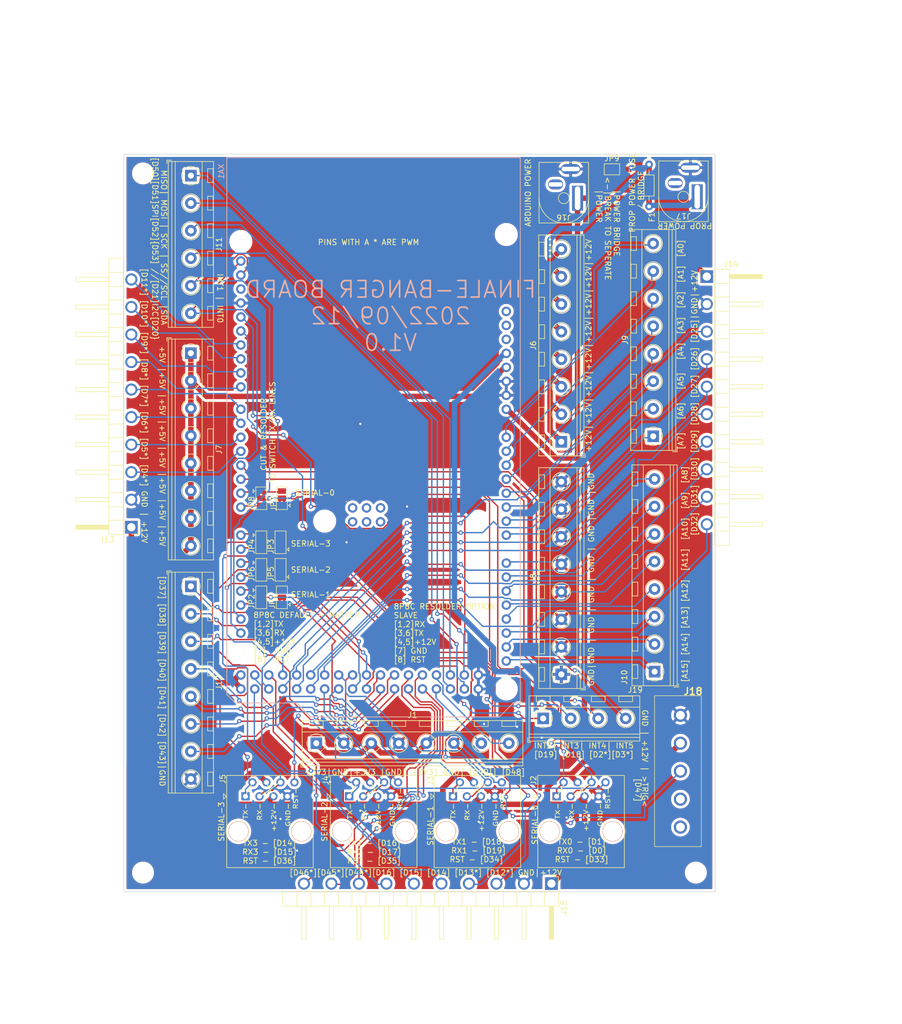
<source format=kicad_pcb>
(kicad_pcb (version 20211014) (generator pcbnew)
  (layers (0 "F.Cu" signal) (31 "B.Cu" signal) (34 "B.Paste" user) (35 "F.Paste" user) (36 "B.SilkS" user "B.Silkscreen") (37 "F.SilkS" user "F.Silkscreen") (38 "B.Mask" user) (39 "F.Mask" user) (44 "Edge.Cuts" user))
  (net 0 "")
  (net 1 "D48")
  (net 2 "D49")
  (net 3 "GND")
  (net 4 "+3.3V")
  (net 5 "Net-(J2-Pad1)")
  (net 6 "Net-(J2-Pad3)")
  (net 7 "+12V")
  (net 8 "T-RST_0")
  (net 9 "Net-(J3-Pad1)")
  (net 10 "Net-(J3-Pad3)")
  (net 11 "T-RST_1")
  (net 12 "Net-(J4-Pad1)")
  (net 13 "Net-(J4-Pad3)")
  (net 14 "T-RST_2")
  (net 15 "Net-(J5-Pad1)")
  (net 16 "Net-(J5-Pad3)")
  (net 17 "T-RST_3")
  (net 18 "+5V")
  (net 19 "Net-(J9-Pad1)")
  (net 20 "Net-(J9-Pad2)")
  (net 21 "Net-(J9-Pad3)")
  (net 22 "Net-(J9-Pad4)")
  (net 23 "Net-(J9-Pad5)")
  (net 24 "Net-(J9-Pad6)")
  (net 25 "Net-(J9-Pad7)")
  (net 26 "Net-(J9-Pad8)")
  (net 27 "Net-(J10-Pad1)")
  (net 28 "Net-(J10-Pad2)")
  (net 29 "Net-(J10-Pad3)")
  (net 30 "Net-(J10-Pad4)")
  (net 31 "Net-(J10-Pad5)")
  (net 32 "Net-(J10-Pad6)")
  (net 33 "Net-(J10-Pad7)")
  (net 34 "Net-(J10-Pad8)")
  (net 35 "Net-(J11-Pad1)")
  (net 36 "Net-(J11-Pad2)")
  (net 37 "Net-(J11-Pad3)")
  (net 38 "Net-(J11-Pad4)")
  (net 39 "SDA")
  (net 40 "SCL")
  (net 41 "Net-(J12-Pad1)")
  (net 42 "Net-(J12-Pad2)")
  (net 43 "Net-(J12-Pad4)")
  (net 44 "Net-(J12-Pad5)")
  (net 45 "Net-(J12-Pad6)")
  (net 46 "Net-(J12-Pad7)")
  (net 47 "Net-(J13-Pad3)")
  (net 48 "Net-(J13-Pad4)")
  (net 49 "Net-(J13-Pad5)")
  (net 50 "Net-(J13-Pad6)")
  (net 51 "Net-(J13-Pad7)")
  (net 52 "Net-(J13-Pad8)")
  (net 53 "Net-(J13-Pad9)")
  (net 54 "Net-(J13-Pad10)")
  (net 55 "Net-(J14-Pad3)")
  (net 56 "Net-(J14-Pad4)")
  (net 57 "Net-(J14-Pad5)")
  (net 58 "Net-(J14-Pad6)")
  (net 59 "Net-(J14-Pad7)")
  (net 60 "Net-(J14-Pad8)")
  (net 61 "Net-(J14-Pad9)")
  (net 62 "Net-(J14-Pad10)")
  (net 63 "Net-(J15-Pad3)")
  (net 64 "Net-(J15-Pad4)")
  (net 65 "Net-(J15-Pad5)")
  (net 66 "Net-(J15-Pad6)")
  (net 67 "Net-(J15-Pad7)")
  (net 68 "Net-(J15-Pad8)")
  (net 69 "Net-(J15-Pad9)")
  (net 70 "Net-(J15-Pad10)")
  (net 79 "Net-(J18-Pad3)")
  (net 80 "Net-(J19-Pad1)")
  (net 83 "Net-(J19-Pad2)")
  (net 84 "Net-(JP3-Pad1)")
  (net 85 "Net-(JP3-Pad3)")
  (net 86 "Net-(JP5-Pad1)")
  (net 87 "Net-(JP5-Pad3)")
  (net 88 "Net-(JP7-Pad1)")
  (net 89 "Net-(J19-Pad3)")
  (net 90 "Net-(J19-Pad4)")
  (net 91 "Net-(J12-Pad3)")
  (net 92 "+12C")
  (net 93 "Net-(F1-Pad1)")
  (net 95 "Net-(JP7-Pad3)")
  (footprint "TerminalBlock_RND:TerminalBlock_RND_205-00051_1x08_P5.00mm_Horizontal" (layer "F.Cu") (at 134 129)
    (fp_text reference "J1")
    (fp_text value "Screw_Terminal_01x08")
  )
  (footprint "TerminalBlock_RND:TerminalBlock_RND_205-00051_1x08_P5.00mm_Horizontal" (layer "F.Cu") (at 195.25 73.25 90)
    (fp_text reference "J9")
    (fp_text value "Screw_Terminal_01x08")
  )
  (footprint "Jumper:SolderJumper-3_P1.3mm_Bridged2Bar12_Pad1.0x1.5mm" (layer "F.Cu") (at 127.5 92.5 90)
    (fp_text reference "JP3")
    (fp_text value "SolderJumper_3_Bridged12")
  )
  (footprint "custom:PinHeader_1x10_P5.0mm_Horizontal" (layer "F.Cu") (at 205 44.235)
    (fp_text reference "J14")
    (fp_text value "Screw_Terminal_01x10")
  )
  (footprint "Jumper:SolderJumper-3_P1.3mm_Bridged2Bar12_Pad1.0x1.5mm" (layer "F.Cu") (at 127.5 97.5 90)
    (fp_text reference "JP5")
    (fp_text value "SolderJumper_3_Bridged12")
  )
  (footprint "Jumper:SolderJumper-3_P1.3mm_Bridged2Bar12_Pad1.0x1.5mm" (layer "F.Cu") (at 124 92.5 -90)
    (fp_text reference "JP4")
    (fp_text value "SolderJumper_3_Bridged12")
  )
  (footprint "MountingHole:MountingHole_3mm" (layer "F.Cu") (at 203 152.5)
    (fp_text reference "REF**" hide)
    (fp_text value "MountingHole_3mm")
  )
  (footprint "Connector_RJ:RJ45_OST_PJ012-8P8CX_Vertical" (layer "F.Cu") (at 177.694445 138.65)
    (fp_text reference "J2")
    (fp_text value "8P8C")
  )
  (footprint "custom:PinHeader_1x10_P5.0mm_Horizontal" (layer "F.Cu") (at 100.375 89.765 180)
    (fp_text reference "J13")
    (fp_text value "Screw_Terminal_01x10")
  )
  (footprint "Connector_RJ:RJ45_OST_PJ012-8P8CX_Vertical" (layer "F.Cu") (at 121.131112 138.65)
    (fp_text reference "J5")
    (fp_text value "8P8C")
  )
  (footprint "custom:PinHeader_1x10_P5.0mm_Horizontal" (layer "F.Cu") (at 176.75 154.5 -90)
    (fp_text reference "J15")
    (fp_text value "Screw_Terminal_01x10")
  )
  (footprint "TerminalBlock_RND:TerminalBlock_RND_205-00051_1x08_P5.00mm_Horizontal" (layer "F.Cu") (at 111.2 58.15 -90)
    (fp_text reference "J7")
    (fp_text value "Screw_Terminal_01x08")
  )
  (footprint "MountingHole:MountingHole_3mm" (layer "F.Cu") (at 102.5 152.5)
    (fp_text reference "REF**" hide)
    (fp_text value "MountingHole_3mm")
  )
  (footprint "Jumper:SolderJumper-3_P1.3mm_Bridged2Bar12_Pad1.0x1.5mm" (layer "F.Cu") (at 124 84.5 -90)
    (fp_text reference "JP8")
    (fp_text value "SolderJumper_3_Bridged12")
  )
  (footprint "custom:Vertical-BarrelJack_54-00287" (layer "F.Cu") (at 200.75 29.75 180)
    (fp_text reference "J17")
    (fp_text value "Barrel_Jack_Switch")
  )
  (footprint "TerminalBlock_RND:TerminalBlock_RND_205-00049_1x06_P5.00mm_Horizontal" (layer "F.Cu") (at 111.2 25.9 -90)
    (fp_text reference "J11")
    (fp_text value "Screw_Terminal_01x06")
  )
  (footprint "TerminalBlock_RND:TerminalBlock_RND_205-00051_1x08_P5.00mm_Horizontal" (layer "F.Cu") (at 178.55 116.5 90)
    (fp_text reference "J8")
    (fp_text value "Screw_Terminal_01x08")
  )
  (footprint "TerminalBlock_RND:TerminalBlock_RND_205-00051_1x08_P5.00mm_Horizontal" (layer "F.Cu") (at 111.2 100.5 -90)
    (fp_text reference "J12")
    (fp_text value "Screw_Terminal_01x08")
  )
  (footprint "TerminalBlock_RND:TerminalBlock_RND_205-00051_1x08_P5.00mm_Horizontal" (layer "F.Cu") (at 178.55 74.25 90)
    (fp_text reference "J6")
    (fp_text value "Screw_Terminal_01x08")
  )
  (footprint "Connector_RJ:RJ45_OST_PJ012-8P8CX_Vertical" (layer "F.Cu") (at 158.84 138.65)
    (fp_text reference "J3")
    (fp_text value "8P8C")
  )
  (footprint "Jumper:SolderJumper-3_P1.3mm_Bridged2Bar12_Pad1.0x1.5mm" (layer "F.Cu") (at 124 102.5 -90)
    (fp_text reference "JP2")
    (fp_text value "SolderJumper_3_Bridged12")
  )
  (footprint "MountingHole:MountingHole_3mm" (layer "F.Cu") (at 102.5 25.5)
    (fp_text reference "REF**" hide)
    (fp_text value "MountingHole_3mm")
  )
  (footprint "Jumper:SolderJumper-3_P1.3mm_Bridged2Bar12_Pad1.0x1.5mm" (layer "F.Cu") (at 124 97.5 -90)
    (fp_text reference "JP6")
    (fp_text value "SolderJumper_3_Bridged12")
  )
  (footprint "Jumper:SolderJumper-3_P1.3mm_Bridged2Bar12_Pad1.0x1.5mm" (layer "F.Cu") (at 127.75 102.5 90)
    (fp_text reference "JP1")
    (fp_text value "SolderJumper_3_Bridged12")
  )
  (footprint "Jumper:SolderJumper-3_P1.3mm_Bridged2Bar12_Pad1.0x1.5mm" (layer "F.Cu") (at 127.75 84.5 90)
    (fp_text reference "JP7")
    (fp_text value "SolderJumper_3_Bridged12")
  )
  (footprint "TerminalBlock_RND:TerminalBlock_RND_205-00047_1x04_P5.00mm_Horizontal" (layer "F.Cu") (at 175.25 124.5)
    (fp_text reference "J19")
    (fp_text value "Screw_Terminal_01x04")
  )
  (footprint "TerminalBlock_RND:TerminalBlock_RND_205-00051_1x08_P5.00mm_Horizontal" (layer "F.Cu") (at 195.5 116 90)
    (fp_text reference "J10")
    (fp_text value "Screw_Terminal_01x08")
  )
  (footprint "Jumper:SolderJumper-2_P1.3mm_Bridged_Pad1.0x1.5mm" (layer "F.Cu") (at 187.75 24.75 180)
    (fp_text reference "JP9")
    (fp_text value "SolderJumper_2_Bridged")
  )
  (footprint "SamacSys_Parts:691311500105" (layer "F.Cu") (at 200.2 123.92 -90)
    (fp_text reference "J18")
    (fp_text value "Screw_Terminal_01x05" hide)
  )
  (footprint "custom:Vertical-BarrelJack_54-00287" (layer "F.Cu") (at 179 30 180)
    (fp_text reference "J16")
    (fp_text value "Barrel_Jack_Switch")
  )
  (footprint "Connector_RJ:RJ45_OST_PJ012-8P8CX_Vertical" (layer "F.Cu") (at 139.985556 138.65)
    (fp_text reference "J4")
    (fp_text value "8P8C")
  )
  (footprint "custom:THT_JUMPER" (layer "F.Cu") (at 194.5 31.5 90)
    (fp_text reference "F1")
    (fp_text value "Polyfuse")
  )
  (footprint "Arduino:Arduino_Mega2560_Shield" (layer "B.Cu") (at 171.0825 22.625 -90)
    (fp_text reference "XA1")
    (fp_text value "Arduino_Mega_jpm")
  )
  (gr_line (start 177.75 138.75) (end 179.25 136) (layer "F.SilkS") (width 0.15))
  (gr_line (start 158.75 138.75) (end 160.25 136) (layer "F.SilkS") (width 0.15))
  (gr_line (start 180.5 138.75) (end 184.25 136) (layer "F.SilkS") (width 0.15))
  (gr_line (start 125 136.25) (end 126.25 138.75) (layer "F.SilkS") (width 0.15))
  (gr_line (start 140 138.75) (end 141.5 136) (layer "F.SilkS") (width 0.15))
  (gr_line (start 144 136.25) (end 145.25 138.75) (layer "F.SilkS") (width 0.15))
  (gr_line (start 142.75 138.75) (end 146.5 136) (layer "F.SilkS") (width 0.15))
  (gr_line (start 121 138.75) (end 122.5 136) (layer "F.SilkS") (width 0.15))
  (gr_line (start 161.5 138.75) (end 165.25 136) (layer "F.SilkS") (width 0.15))
  (gr_line (start 123.75 138.75) (end 127.5 136) (layer "F.SilkS") (width 0.15))
  (gr_line (start 181.75 136.25) (end 183 138.75) (layer "F.SilkS") (width 0.15))
  (gr_line (start 162.75 136.25) (end 164 138.75) (layer "F.SilkS") (width 0.15))
  (gr_line (start 206.5 22) (end 99 22) (layer "Edge.Cuts") (width 0.1))
  (gr_line (start 99 22) (end 99 156) (layer "Edge.Cuts") (width 0.1))
  (gr_line (start 99 156) (end 206.5 156) (layer "Edge.Cuts") (width 0.1))
  (gr_line (start 206.5 156) (end 206.5 22) (layer "Edge.Cuts") (width 0.1))
  (gr_text "\nFINALE-BANGER BOARD\n2022/09/12\nV1.0" (at 147.5 49) (layer "B.SilkS") (effects (font (size 3 3) (thickness 0.3)) (justify mirror)))
  (gr_text "TX0 - [D1]\nRX0 - [D0]\nRST - [D33]" (at 182.25 148.5) (layer "F.SilkS") (effects (font (size 1 1))))
  (gr_text "[D37] [D38] [D39] [D40] [D41] [D42] [D43]|GND" (at 106 98.5 -90) (layer "F.SilkS") (effects (font (size 1 1)) (justify left)))
  (gr_text "8P8C RESOLDER OPTION\nSLAVE\n[1,2]RX\n[3,6]TX\n[4,5]+12V\n[7] GND\n[8] RST" (at 148 109) (layer "F.SilkS") (effects (font (size 1 1)) (justify left)))
  (gr_text "SERIAL-2" (at 135.5 143.25 -270) (layer "F.SilkS") (effects (font (size 1 1))))
  (gr_text "SERIAL-1" (at 133 102) (layer "F.SilkS") (effects (font (size 1 1))))
  (gr_text "TX3 - [D14]\nRX3 - [D15]\nRST - [D36]" (at 125.5 148.75) (layer "F.SilkS") (effects (font (size 1 1))))
  (gr_text "SERIAL-2" (at 133 97.5) (layer "F.SilkS") (effects (font (size 1 1))))
  (gr_text "GND|GND | GND | GND | GND | GND |GND |GND" (at 184 99.25 -270) (layer "F.SilkS") (effects (font (size 1 1))))
  (gr_text "[A15] [A14] [A13] [A12]  [A11]  [A10]  [A9]  [A8]" (at 201 118 -270) (layer "F.SilkS") (effects (font (size 1 1)) (justify left)))
  (gr_text "GND | +12V | >TRIG<" (at 193.75 131.75 -90) (layer "F.SilkS") (effects (font (size 1 1))))
  (gr_text "TX-\n\nRX-\n\n+12V-\n\nGND-\n" (at 181.75 139.75 -270) (layer "F.SilkS") (effects (font (size 0.8 1)) (justify right)))
  (gr_text "[D32] [D31] [D30] [D29] [D28] [D27] [D26] [D25]|GND|+12V" (at 202.75 43 -270) (layer "F.SilkS") (effects (font (size 1 1)) (justify right)))
  (gr_text "INT2| INT3| INT4| INT5\n[D19] [D18] [D2*][D3*]" (at 173.5 130.25) (layer "F.SilkS") (effects (font (size 1 1)) (justify left)))
  (gr_text "   |POWER BRIDGE\n<-|BREAK TO SEPERATE \n   |POWER" (at 187 26 -90) (layer "F.SilkS") (effects (font (size 1 1)) (justify left)))
  (gr_text "[D11*] [D10*] [D9*] [D8*] [D7*] [D6*] [D5*] [D4*] GND | +12V" (at 102.75 92.75 -90) (layer "F.SilkS") (effects (font (size 1 1)) (justify right)))
  (gr_text "PINS WITH A * ARE PWM" (at 143.5 38) (layer "F.SilkS") (effects (font (size 1 1))))
  (gr_text "   MISO| MOSI | SCK | SS//SCL |SDA\n[D50][D51]SPI[D52]{D53] //[D21]I2C[D20}" (at 105.5 22.5 -90) (layer "F.SilkS") (effects (font (size 1 1)) (justify left)))
  (gr_text "TX1 - [D18]\nRX1 - [D19]\nRST - [D34] " (at 163.5 148.5) (layer "F.SilkS") (effects (font (size 1 1))))
  (gr_text "TX-\n\nRX-\n\n+12V-\n\nGND-\n" (at 144 139.75 -270) (layer "F.SilkS") (effects (font (size 0.8 1)) (justify right)))
  (gr_text "SERIAL-3" (at 133 92.75) (layer "F.SilkS") (effects (font (size 1 1))))
  (gr_text "INT1 | INT0" (at 116.5 52.75 -90) (layer "F.SilkS") (effects (font (size 1 1)) (justify right)))
  (gr_text "+3V3|GND|+3V3 |GND| +3V3| GND| [D49]| [D48]" (at 131.75 134.25) (layer "F.SilkS") (effects (font (size 1 1)) (justify left)))
  (gr_text "SERIAL-3" (at 116.75 143.25 -270) (layer "F.SilkS") (effects (font (size 1 1))))
  (gr_text "CUT & RESOLDER \nTO SWITCH TX/RX LINES" (at 125.25 72.5 90) (layer "F.SilkS") (effects (font (size 1 1))))
  (gr_text "[D46*][D45*][D44*][D16] [D15] [D14] [D13*] [D12*] GND|+12V" (at 178.75 152.5) (layer "F.SilkS") (effects (font (size 1 1)) (justify right)))
  (gr_text "SERIAL-0" (at 133.75 83.5) (layer "F.SilkS") (effects (font (size 1 1))))
  (gr_text "SERIAL-1" (at 154.75 144 -270) (layer "F.SilkS") (effects (font (size 1 1))))
  (gr_text "8P8C DEFAULT - MASTER\n[1,2]TX\n[3,6]RX\n[4,5]+12V\n[7]  GND\n[8]  RST" (at 122.5 109.75) (layer "F.SilkS") (effects (font (size 1 1)) (justify left)))
  (gr_text "PROP POWER" (at 201 35 -180) (layer "F.SilkS") (effects (font (size 1 1))))
  (gr_text "[D47]" (at 192.5 137.5 -90) (layer "F.SilkS") (effects (font (size 1 1))))
  (gr_text "PROP POWER FUSE\n / BRIDGE" (at 192.25 29 -270) (layer "F.SilkS") (effects (font (size 1 1))))
  (gr_text "RST-" (at 168 139 -270) (layer "F.SilkS") (effects (font (size 0.8 1))))
  (gr_text "TX-\n\nRX-\n\n+12V-\n\nGND-\n" (at 125 139.75 -270) (layer "F.SilkS") (effects (font (size 0.8 1)) (justify right)))
  (gr_text "[A7]   [A6]   [A5]   [A4]  [A3]  [A2]  [A1]  [A0]" (at 200.25 75.75 -270) (layer "F.SilkS") (effects (font (size 1 1)) (justify left)))
  (gr_text "+12V|+12V|+12V|+12V|+12V|+12V|+12V|+12V" (at 183.5 56.75 -270) (layer "F.SilkS") (effects (font (size 1 1))))
  (gr_text "+5V |+5V |+5V |+5V |+5V |+5V |+5V |+5V" (at 106 56.75 -90) (layer "F.SilkS") (effects (font (size 1 1)) (justify left)))
  (gr_text "TX-\n\nRX-\n\n+12V-\n\nGND-\n" (at 162.75 139.75 -270) (layer "F.SilkS") (effects (font (size 0.8 1)) (justify right)))
  (gr_text "SERIAL-0 " (at 173.75 147.5 -270) (layer "F.SilkS") (effects (font (size 1 1)) (justify left)))
  (gr_text "TX2 - [D16]\nRX2 - [D17]\nRST - [D35]" (at 144.5 148.75) (layer "F.SilkS") (effects (font (size 1 1))))
  (gr_text "RST-" (at 149.25 139 -270) (layer "F.SilkS") (effects (font (size 0.8 1))))
  (gr_text "RST-" (at 130.25 139 -270) (layer "F.SilkS") (effects (font (size 0.8 1))))
  (gr_text "ARDUINO POWER" (at 172.5 29 -270) (layer "F.SilkS") (effects (font (size 1 1))))
  (gr_text "RST-" (at 187 139 -270) (layer "F.SilkS") (effects (font (size 0.8 1))))
  (segment (start 155.76 116.38) (end 155.76 117.239065) (width 0.25) (layer "B.Cu") (net 1))
  (segment (start 157.0311 119.9689) (end 157 120) (width 0.25) (layer "B.Cu") (net 1))
  (segment (start 166 129) (end 169 129) (width 0.25) (layer "B.Cu") (net 1))
  (segment (start 155.76 117.239065) (end 157.0311 118.510165) (width 0.25) (layer "B.Cu") (net 1))
  (segment (start 157 120) (end 166 129) (width 0.25) (layer "B.Cu") (net 1))
  (segment (start 157.0311 118.510165) (end 157.0311 119.9689) (width 0.25) (layer "B.Cu") (net 1))
  (segment (start 164 129) (end 155.76 120.76) (width 0.25) (layer "B.Cu") (net 2))
  (segment (start 155.76 120.76) (end 155.76 118.92) (width 0.25) (layer "B.Cu") (net 2))
  (segment (start 172.5 128) (end 175 128) (width 0.25) (layer "F.Cu") (net 3))
  (segment (start 139 129) (end 137.625 127.625) (width 0.25) (layer "F.Cu") (net 3))
  (segment (start 131.875 127.625) (end 131 128.5) (width 0.25) (layer "F.Cu") (net 3))
  (segment (start 131 129) (end 136.5 134.5) (width 0.25) (layer "F.Cu") (net 3))
  (segment (start 136.5 134.5) (end 136.5 136) (width 0.25) (layer "F.Cu") (net 3))
  (segment (start 170.5 126) (end 172.5 128) (width 0.25) (layer "F.Cu") (net 3))
  (segment (start 137.625 127.625) (end 131.875 127.625) (width 0.25) (layer "F.Cu") (net 3))
  (segment (start 131 128.5) (end 131 129) (width 0.25) (layer "F.Cu") (net 3))
  (via (at 142 71) (size 0.8) (drill 0.4) (layers "F.Cu" "B.Cu") (net 3))
  (via (at 164.5 125.5) (size 0.8) (drill 0.4) (layers "F.Cu" "B.Cu") (net 3))
  (via (at 130.5 148.5) (size 0.8) (drill 0.4) (layers "F.Cu" "B.Cu") (net 3))
  (via (at 179.5 142.5) (size 0.8) (drill 0.4) (layers "F.Cu" "B.Cu") (net 3))
  (via (at 163.5 143.25) (size 0.8) (drill 0.4) (layers "F.Cu" "B.Cu") (net 3))
  (via (at 139.5 92.5) (size 0.8) (drill 0.4) (layers "F.Cu" "B.Cu") (net 3))
  (via (at 127.5 142.75) (size 0.8) (drill 0.4) (layers "F.Cu" "B.Cu") (net 3))
  (via (at 142 141.25) (size 0.8) (drill 0.4) (layers "F.Cu" "B.Cu") (net 3))
  (via (at 170.5 126) (size 0.8) (drill 0.4) (layers "F.Cu" "B.Cu") (net 3))
  (via (at 175 128) (size 0.8) (drill 0.4) (layers "F.Cu" "B.Cu") (net 3))
  (via (at 136.5 136) (size 0.8) (drill 0.4) (layers "F.Cu" "B.Cu") (net 3))
  (via (at 150.5 86) (size 0.8) (drill 0.4) (layers "F.Cu" "B.Cu") (net 3))
  (segment (start 170 125.5) (end 170.5 126) (width 0.25) (layer "B.Cu") (net 3))
  (segment (start 164.5 125.5) (end 170 125.5) (width 0.25) (layer "B.Cu") (net 3))
  (segment (start 144 129) (end 145.75 130.75) (width 1) (layer "F.Cu") (net 4))
  (segment (start 152.25 130.75) (end 154 129) (width 1) (layer "F.Cu") (net 4))
  (segment (start 142.25 130.75) (end 144 129) (width 1) (layer "F.Cu") (net 4))
  (segment (start 134 129) (end 135.75 130.75) (width 1) (layer "F.Cu") (net 4))
  (segment (start 135.75 130.75) (end 142.25 130.75) (width 1) (layer "F.Cu") (net 4))
  (segment (start 145.75 130.75) (end 152.25 130.75) (width 1) (layer "F.Cu") (net 4))
  (segment (start 159.295 67.125) (end 168.46 57.96) (width 1) (layer "B.Cu") (net 4))
  (segment (start 159.75 127.25) (end 165 132.5) (width 1) (layer "B.Cu") (net 4))
  (segment (start 154 129) (end 155.75 127.25) (width 1) (layer "B.Cu") (net 4))
  (segment (start 166.207366 111.707366) (end 159.125 104.625) (width 1) (layer "B.Cu") (net 4))
  (segment (start 159.125 67.125) (end 159.295 67.125) (width 1) (layer "B.Cu") (net 4))
  (segment (start 169.914732 116) (end 166.5 116) (width 1) (layer "B.Cu") (net 4))
  (segment (start 165 132.5) (end 169.233526 132.5) (width 1) (layer "B.Cu") (net 4))
  (segment (start 172.5 117.5) (end 170.457366 115.457366) (width 1) (layer "B.Cu") (net 4))
  (segment (start 169.233526 132.5) (end 172.5 129.233526) (width 1) (layer "B.Cu") (net 4))
  (segment (start 159.125 104.625) (end 159.125 67.125) (width 1) (layer "B.Cu") (net 4))
  (segment (start 166.207366 115.457366) (end 166.207366 111.707366) (width 1) (layer "B.Cu") (net 4))
  (segment (start 166.5 115.75) (end 166.207366 115.457366) (width 1) (layer "B.Cu") (net 4))
  (segment (start 155.75 127.25) (end 159.75 127.25) (width 1) (layer "B.Cu") (net 4))
  (segment (start 166.5 116) (end 166.5 115.75) (width 1) (layer "B.Cu") (net 4))
  (segment (start 170.457366 115.457366) (end 169.914732 116) (width 1) (layer "B.Cu") (net 4))
  (segment (start 172.5 129.233526) (end 172.5 117.5) (width 1) (layer "B.Cu") (net 4))
  (segment (start 178.45 129.95) (end 179 130.5) (width 0.25) (layer "F.Cu") (net 5))
  (segment (start 166.991145 85.991145) (end 166.991145 114.925217) (width 0.25) (layer "F.Cu") (net 5))
  (segment (start 124 84.8) (end 125.2 84.8) (width 0.25) (layer "F.Cu") (net 5))
  (segment (start 178.45 121.45) (end 178.45 129.95) (width 0.25) (layer "F.Cu") (net 5))
  (segment (start 144.613935 83.36) (end 145.473935 82.5) (width 0.25) (layer "F.Cu") (net 5))
  (segment (start 177.694445 137.38) (end 178.964445 136.11) (width 0.25) (layer "F.Cu") (net 5))
  (segment (start 177.694445 138.65) (end 177.694445 137.38) (width 0.25) (layer "F.Cu") (net 5))
  (segment (start 125.2 84.8) (end 125.5 84.5) (width 0.25) (layer "F.Cu") (net 5))
  (segment (start 166.991145 114.925217) (end 167.565928 115.5) (width 0.25) (layer "F.Cu") (net 5))
  (segment (start 145.473935 82.5) (end 163.5 82.5) (width 0.25) (layer "F.Cu") (net 5))
  (segment (start 130.39 83.36) (end 144.613935 83.36) (width 0.25) (layer "F.Cu") (net 5))
  (segment (start 171.5 115.5) (end 172 115) (width 0.25) (layer "F.Cu") (net 5))
  (segment (start 172 115) (end 178.45 121.45) (width 0.25) (layer "F.Cu") (net 5))
  (segment (start 129.875 83.875) (end 130.39 83.36) (width 0.25) (layer "F.Cu") (net 5))
  (segment (start 163.5 82.5) (end 166.991145 85.991145) (width 0.25) (layer "F.Cu") (net 5))
  (segment (start 167.565928 115.5) (end 171.5 115.5) (width 0.25) (layer "F.Cu") (net 5))
  (via (at 125.5 84.5) (size 0.8) (drill 0.4) (layers "F.Cu" "B.Cu") (net 5))
  (via (at 179 130.5) (size 0.8) (drill 0.4) (layers "F.Cu" "B.Cu") (net 5))
  (via (at 179 130.5) (size 0.8) (drill 0.4) (layers "F.Cu" "B.Cu") (net 5))
  (via (at 129.875 83.875) (size 0.8) (drill 0.4) (layers "F.Cu" "B.Cu") (net 5))
  (segment (start 178.964445 130.535555) (end 178.964445 136.11) (width 0.25) (layer "B.Cu") (net 5))
  (segment (start 179 130.5) (end 178.964445 130.535555) (width 0.25) (layer "B.Cu") (net 5))
  (segment (start 129.875 83.875) (end 129.25 84.5) (width 0.25) (layer "B.Cu") (net 5))
  (segment (start 129.25 84.5) (end 125.5 84.5) (width 0.25) (layer "B.Cu") (net 5))
  (segment (start 169 116.5) (end 168.45 115.95) (width 0.25) (layer "F.Cu") (net 6))
  (segment (start 165.5 85.136396) (end 164.173604 83.81) (width 0.25) (layer "F.Cu") (net 6))
  (segment (start 129.574695 84.6) (end 129.474695 84.5) (width 0.25) (layer "F.Cu") (net 6))
  (segment (start 129.474695 84.5) (end 127.75 84.5) (width 0.25) (layer "F.Cu") (net 6))
  (segment (start 180.234445 138.65) (end 181.309445 137.575) (width 0.25) (layer "F.Cu") (net 6))
  (segment (start 165.5 114.070468) (end 165.5 85.136396) (width 0.25) (layer "F.Cu") (net 6))
  (segment (start 168.45 115.95) (end 167.379532 115.95) (width 0.25) (layer "F.Cu") (net 6))
  (segment (start 176.75 129) (end 178 127.75) (width 0.25) (layer "F.Cu") (net 6))
  (segment (start 172 116.5) (end 169 116.5) (width 0.25) (layer "F.Cu") (net 6))
  (segment (start 130.175305 84.6) (end 129.574695 84.6) (width 0.25) (layer "F.Cu") (net 6))
  (segment (start 167.379532 115.95) (end 165.5 114.070468) (width 0.25) (layer "F.Cu") (net 6))
  (segment (start 181.309445 137.575) (end 182.579445 137.575) (width 0.25) (layer "F.Cu") (net 6))
  (segment (start 131.69 83.81) (end 131.224695 84.275305) (width 0.25) (layer "F.Cu") (net 6))
  (segment (start 178 127.75) (end 178 122.5) (width 0.25) (layer "F.Cu") (net 6))
  (segment (start 130.5 84.275305) (end 130.175305 84.6) (width 0.25) (layer "F.Cu") (net 6))
  (segment (start 164.173604 83.81) (end 131.69 83.81) (width 0.25) (layer "F.Cu") (net 6))
  (segment (start 178 122.5) (end 172 116.5) (width 0.25) (layer "F.Cu") (net 6))
  (segment (start 131.224695 84.275305) (end 130.5 84.275305) (width 0.25) (layer "F.Cu") (net 6))
  (segment (start 182.579445 137.575) (end 184.044445 136.11) (width 0.25) (layer "F.Cu") (net 6))
  (via (at 176.75 129) (size 0.8) (drill 0.4) (layers "F.Cu" "B.Cu") (net 6))
  (segment (start 178.525305 129) (end 184.044445 134.51914) (width 0.25) (layer "B.Cu") (net 6))
  (segment (start 184.044445 134.51914) (end 184.044445 136.11) (width 0.25) (layer "B.Cu") (net 6))
  (segment (start 176.75 129) (end 178.525305 129) (width 0.25) (layer "B.Cu") (net 6))
  (segment (start 196.95 132.25) (end 200.2 129) (width 1) (layer "F.Cu") (net 7))
  (segment (start 180.054445 134.66) (end 181.504445 136.11) (width 1) (layer "F.Cu") (net 7))
  (segment (start 119.130429 140.1) (end 119.130429 137.330073) (width 1) (layer "F.Cu") (net 7))
  (segment (start 182.774445 148.615555) (end 182.774445 138.65) (width 1) (layer "F.Cu") (net 7))
  (segment (start 126.211112 138.65) (end 124.761112 140.1) (width 1) (layer "F.Cu") (net 7))
  (segment (start 176 137.023835) (end 176 139.7) (width 1) (layer "F.Cu") (net 7))
  (segment (start 157 137.16939) (end 157 139.5) (width 1) (layer "F.Cu") (net 7))
  (segment (start 145.065556 138.65) (end 143.615556 140.1) (width 1) (layer "F.Cu") (net 7))
  (segment (start 143.615556 140.1) (end 158.4 140.1) (width 1) (layer "F.Cu") (net 7))
  (segment (start 178.363835 134.66) (end 180.054445 134.66) (width 1) (layer "F.Cu") (net 7))
  (segment (start 181.5 30) (end 183.25 30) (width 1) (layer "F.Cu") (net 7))
  (segment (start 183.25 30) (end 190.765 30) (width 1) (layer "F.Cu") (net 7))
  (segment (start 142.278334 134.592778) (end 140.092778 134.592778) (width 1) (layer "F.Cu") (net 7))
  (segment (start 181.5 30) (end 181.5 77.2) (width 1) (layer "F.Cu") (net 7))
  (segment (start 123.331112 134.5) (end 124.941112 136.11) (width 1) (layer "F.Cu") (net 7))
  (segment (start 138.59964 140.1) (end 138.535556 140.035916) (width 1) (layer "F.Cu") (net 7))
  (segment (start 138.535556 136.15) (end 138.535556 140.035916) (width 1) (layer "F.Cu") (net 7))
  (segment (start 168.46 68.12) (end 177.54 77.2) (width 1) (layer "F.Cu") (net 7))
  (segment (start 187.1 24.75) (end 187.1 26.15) (width 1) (layer "F.Cu") (net 7))
  (segment (start 143.615556 140.1) (end 138.59964 140.1) (width 1) (layer "F.Cu") (net 7))
  (segment (start 176 137.023835) (end 178.363835 134.66) (width 1) (layer "F.Cu") (net 7))
  (segment (start 176.765 154.625) (end 182.774445 148.615555) (width 1) (layer "F.Cu") (net 7))
  (segment (start 181.5 77.2) (end 182.75 78.45) (width 1) (layer "F.Cu") (net 7))
  (segment (start 187.1 26.15) (end 183.25 30) (width 1) (layer "F.Cu") (net 7))
  (segment (start 121.960502 134.5) (end 123.331112 134.5) (width 1) (layer "F.Cu") (net 7))
  (segment (start 190.765 30) (end 205 44.235) (width 1) (layer "F.Cu") (net 7))
  (segment (start 161.2 134.66) (end 159.50939 134.66) (width 1) (layer "F.Cu") (net 7))
  (segment (start 157.6 140.1) (end 157 139.5) (width 1) (layer "F.Cu") (net 7))
  (segment (start 158.4 140.1) (end 157.6 140.1) (width 1) (layer "F.Cu") (net 7))
  (segment (start 180.054445 134.66) (end 180.34 134.66) (width 1) (layer "F.Cu") (net 7))
  (segment (start 159.50939 134.66) (end 157 137.16939) (width 1) (layer "F.Cu") (net 7))
  (segment (start 124.761112 140.1) (end 138.59964 140.1) (width 1) (layer "F.Cu") (net 7))
  (segment (start 124.761112 140.1) (end 119.130429 140.1) (width 1) (layer "F.Cu") (net 7))
  (segment (start 180.34 134.66) (end 182.75 132.25) (width 1) (layer "F.Cu") (net 7))
  (segment (start 162.47 140.1) (end 158.4 140.1) (width 1) (layer "F.Cu") (net 7))
  (segment (start 181.324445 140.1) (end 182.774445 138.65) (width 1) (layer "F.Cu") (net 7))
  (segment (start 182.75 78.45) (end 182.75 132.25) (width 1) (layer "F.Cu") (net 7))
  (segment (start 162.47 140.1) (end 181.324445 140.1) (width 1) (layer "F.Cu") (net 7))
  (segment (start 162.65 136.11) (end 161.2 134.66) (width 1) (layer "F.Cu") (net 7))
  (segment (start 140.092778 134.592778) (end 138.535556 136.15) (width 1) (layer "F.Cu") (net 7))
  (segment (start 177.54 77.2) (end 181.5 77.2) (width 1) (layer "F.Cu") (net 7))
  (segment (start 119.130429 137.330073) (end 121.960502 134.5) (width 1) (layer "F.Cu") (net 7))
  (segment (start 109 140.5) (end 118.730429 140.5) (width 1) (layer "F.Cu") (net 7))
  (segment (start 163.92 138.65) (end 162.47 140.1) (width 1) (layer "F.Cu") (net 7))
  (segment (start 182.75 132.25) (end 196.95 132.25) (width 1) (layer "F.Cu") (net 7))
  (segment (start 176 139.7) (end 176.4 140.1) (width 1) (layer "F.Cu") (net 7))
  (segment (start 100.375 89.765) (end 100.375 131.875) (width 1) (layer "F.Cu") (net 7))
  (segment (start 143.795556 136.11) (end 142.278334 134.592778) (width 1) (layer "F.Cu") (net 7))
  (segment (start 100.375 131.875) (end 109 140.5) (width 1) (layer "F.Cu") (net 7))
  (segment (start 118.730429 140.5) (end 119.130429 140.1) (width 1) (layer "F.Cu") (net 7))
  (segment (start 147.475136 136.475136) (end 147.475136 135.475136) (width 0.25) (layer "B.Cu") (net 8))
  (segment (start 185.509445 137.185) (end 148.185 137.185) (width 0.25) (layer "B.Cu") (net 8))
  (segment (start 147.475136 135.475136) (end 135.44 123.44) (width 0.25) (layer "B.Cu") (net 8))
  (segment (start 135.44 123.44) (end 135.44 118.92) (width 0.25) (layer "B.Cu") (net 8))
  (segment (start 148.185 137.185) (end 147.475136 136.475136) (width 0.25) (layer "B.Cu") (net 8))
  (segment (start 186.584445 136.11) (end 185.509445 137.185) (width 0.25) (layer "B.Cu") (net 8))
  (segment (start 158.84 138.65) (end 158.84 137.38) (width 0.25) (layer "F.Cu") (net 9))
  (segment (start 136.8739 120.3739) (end 137.5 121) (width 0.25) (layer "F.Cu") (net 9))
  (segment (start 137.5 110.5) (end 136.8739 111.1261) (width 0.25) (layer "F.Cu") (net 9))
  (segment (start 124 102.5) (end 125.75 102.5) (width 0.25) (layer "F.Cu") (net 9))
  (segment (start 158.84 137.38) (end 160.11 136.11) (width 0.25) (layer "F.Cu") (net 9))
  (segment (start 132.5 105.5) (end 137.5 110.5) (width 0.25) (layer "F.Cu") (net 9))
  (segment (start 136.8739 111.1261) (end 136.8739 120.3739) (width 0.25) (layer "F.Cu") (net 9))
  (via (at 132.5 105.5) (size 0.8) (drill 0.4) (layers "F.Cu" "B.Cu") (net 9))
  (via (at 137.5 121) (size 0.8) (drill 0.4) (layers "F.Cu" "B.Cu") (net 9))
  (via (at 125.75 102.5) (size 0.8) (drill 0.4) (layers "F.Cu" "B.Cu") (net 9))
  (segment (start 129.5 102.5) (end 132.5 105.5) (width 0.25) (layer "B.Cu") (net 9))
  (segment (start 148.863604 132.5) (end 156 132.5) (width 0.25) (layer "B.Cu") (net 9))
  (segment (start 125.75 102.5) (end 129.5 102.5) (width 0.25) (layer "B.Cu") (net 9))
  (segment (start 160.11 136.11) (end 156.5 132.5) (width 0.25) (layer "B.Cu") (net 9))
  (segment (start 137.5 121) (end 138.75 121) (width 0.25) (layer "B.Cu") (net 9))
  (segment (start 146 129.636396) (end 148.863604 132.5) (width 0.25) (layer "B.Cu") (net 9))
  (segment (start 156.5 132.5) (end 156 132.5) (width 0.25) (layer "B.Cu") (net 9))
  (segment (start 138.75 121) (end 146 128.25) (width 0.25) (layer "B.Cu") (net 9))
  (segment (start 146 128.25) (end 146 129.636396) (width 0.25) (layer "B.Cu") (net 9))
  (segment (start 162.165786 123.88967) (end 162.165786 117.834214) (width 0.25) (layer "F.Cu") (net 10))
  (segment (start 153.919065 114) (end 160 114) (width 0.25) (layer "F.Cu") (net 10))
  (segment (start 162.2739 117.2739) (end 162.5 117.5) (width 0.25) (layer "F.Cu") (net 10))
  (segment (start 162 124.055456) (end 157.5 128.555456) (width 0.25) (layer "F.Cu") (net 10))
  (segment (start 127.75 102.5) (end 141.5 102.5) (width 0.25) (layer "F.Cu") (net 10))
  (segment (start 162.165786 117.834214) (end 162 124.055456) (width 0.25) (layer "F.Cu") (net 10))
  (segment (start 162.2739 115.2167) (end 162.2739 117.2739) (width 0.25) (layer "F.Cu") (net 10))
  (segment (start 162.5 117.5) (end 162.165786 117.834214) (width 0.25) (layer "F.Cu") (net 10))
  (segment (start 160 114) (end 160.9714 114.9714) (width 0.25) (layer "F.Cu") (net 10))
  (segment (start 161.38 138.65) (end 162.35 138.65) (width 0.25) (layer "F.Cu") (net 10))
  (segment (start 157.5 128.555456) (end 157.5 131.5) (width 0.25) (layer "F.Cu") (net 10))
  (segment (start 152 113) (end 152.919065 113) (width 0.25) (layer "F.Cu") (net 10))
  (segment (start 152.919065 113) (end 153.919065 114) (width 0.25) (layer "F.Cu") (net 10))
  (segment (start 162 124.055456) (end 162.165786 123.88967) (width 0.25) (layer "F.Cu") (net 10))
  (segment (start 162.35 138.65) (end 164.89 136.11) (width 0.25) (layer "F.Cu") (net 10))
  (segment (start 141.5 102.5) (end 152 113) (width 0.25) (layer "F.Cu") (net 10))
  (segment (start 162.0286 114.9714) (end 162.2739 115.2167) (width 0.25) (layer "F.Cu") (net 10))
  (segment (start 164.89 136.11) (end 165.19 136.11) (width 0.25) (layer "F.Cu") (net 10))
  (segment (start 160.9714 114.9714) (end 162.0286 114.9714) (width 0.25) (layer "F.Cu") (net 10))
  (via (at 157.5 131.5) (size 0.8) (drill 0.4) (layers "F.Cu" "B.Cu") (net 10))
  (segment (start 157.5 131.5) (end 160.58 131.5) (width 0.25) (layer "B.Cu") (net 10))
  (segment (start 160.58 131.5) (end 165.19 136.11) (width 0.25) (layer "B.Cu") (net 10))
  (segment (start 165.63528 135.035) (end 166.265 135.66472) (width 0.25) (layer "B.Cu") (net 11))
  (segment (start 160.125 130.375) (end 164.785 135.035) (width 0.25) (layer "B.Cu") (net 11))
  (segment (start 152.875 130.375) (end 160.125 130.375) (width 0.25) (layer "B.Cu") (net 11))
  (segment (start 143 120.5) (end 152.875 130.375) (width 0.25) (layer "B.Cu") (net 11))
  (segment (start 139.3314 117.7314) (end 139.3314 119.8314) (width 0.25) (layer "B.Cu") (net 11))
  (segment (start 137.98 116.38) (end 139.3314 117.7314) (width 0.25) (layer "B.Cu") (net 11))
  (segment (start 166.265 136.11) (end 167.73 136.11) (width 0.25) (layer "B.Cu") (net 11))
  (segment (start 139.3314 119.8314) (end 140 120.5) (width 0.25) (layer "B.Cu") (net 11))
  (segment (start 164.785 135.035) (end 165.63528 135.035) (width 0.25) (layer "B.Cu") (net 11))
  (segment (start 140 120.5) (end 143 120.5) (width 0.25) (layer "B.Cu") (net 11))
  (segment (start 166.265 135.66472) (end 166.265 136.11) (width 0.25) (layer "B.Cu") (net 11))
  (segment (start 120 114.75) (end 120.10327 114.85327) (width 0.25) (layer "F.Cu") (net 12))
  (segment (start 119.70557 97.5) (end 115.15 102.05557) (width 0.25) (layer "F.Cu") (net 12))
  (segment (start 115.15 102.05557) (end 115.15 111.15) (width 0.25) (layer "F.Cu") (net 12))
  (segment (start 133 133.75) (end 133 134) (width 0.25) (layer "F.Cu") (net 12))
  (segment (start 124.1739 116.1739) (end 124.1739 120.648595) (width 0.25) (layer "F.Cu") (net 12))
  (segment (start 126.1814 122.656095) (end 126.1814 126.9314) (width 0.25) (layer "F.Cu") (net 12))
  (segment (start 120.10327 114.85327) (end 122.85327 114.85327) (width 0.25) (layer "F.Cu") (net 12))
  (segment (start 115.15 111.15) (end 118.75 114.75) (width 0.25) (layer "F.Cu") (net 12))
  (segment (start 122.85327 114.85327) (end 124.1739 116.1739) (width 0.25) (layer "F.Cu") (net 12))
  (segment (start 118.75 114.75) (end 120 114.75) (width 0.25) (layer "F.Cu") (net 12))
  (segment (start 124 97.5) (end 119.70557 97.5) (width 0.25) (layer "F.Cu") (net 12))
  (segment (start 126.1814 126.9314) (end 133 133.75) (width 0.25) (layer "F.Cu") (net 12))
  (segment (start 124.1739 120.648595) (end 126.1814 122.656095) (width 0.25) (layer "F.Cu") (net 12))
  (via (at 133 134) (size 0.8) (drill 0.4) (layers "F.Cu" "B.Cu") (net 12))
  (segment (start 140.11 136.11) (end 141.255556 136.11) (width 0.25) (layer "B.Cu") (net 12))
  (segment (start 138 134) (end 140.11 136.11) (width 0.25) (layer "B.Cu") (net 12))
  (segment (start 139.985556 138.65) (end 141.705556 136.93) (width 0.25) (layer "B.Cu") (net 12))
  (segment (start 133 134) (end 138 134) (width 0.25) (layer "B.Cu") (net 12))
  (segment (start 141.705556 136.93) (end 141.705556 136.56) (width 0.25) (layer "B.Cu") (net 12))
  (segment (start 141.705556 136.56) (end 141.573754 136.428198) (width 0.25) (layer "B.Cu") (net 12))
  (segment (start 129.1714 116.050465) (end 129.1714 120.9214) (width 0.25) (layer "F.Cu") (net 13))
  (segment (start 129 98) (end 129 99.5) (width 0.25) (layer "F.Cu") (net 13))
  (segment (start 126.120935 113) (end 129.1714 116.050465) (width 0.25) (layer "F.Cu") (net 13))
  (segment (start 121 100) (end 120.9864 100.0136) (width 0.25) (layer "F.Cu") (net 13))
  (segment (start 143.600556 137.575) (end 144.870556 137.575) (width 0.25) (layer "F.Cu") (net 13))
  (segment (start 128.5 100) (end 121 100) (width 0.25) (layer "F.Cu") (net 13))
  (segment (start 128.5 97.5) (end 129 98) (width 0.25) (layer "F.Cu") (net 13))
  (segment (start 142.525556 138.65) (end 143.600556 137.575) (width 0.25) (layer "F.Cu") (net 13))
  (segment (start 127.5 97.5) (end 128.5 97.5) (width 0.25) (layer "F.Cu") (net 13))
  (segment (start 129.1714 120.9214) (end 133.25 125) (width 0.25) (layer "F.Cu") (net 13))
  (segment (start 124.75 113) (end 126.120935 113) (width 0.25) (layer "F.Cu") (net 13))
  (segment (start 129 99.5) (end 128.5 100) (width 0.25) (layer "F.Cu") (net 13))
  (segment (start 144.870556 137.575) (end 146.335556 136.11) (width 0.25) (layer "F.Cu") (net 13))
  (segment (start 117.75 100.75) (end 118.5 100) (width 0.25) (layer "F.Cu") (net 13))
  (segment (start 120.9864 100.0136) (end 120 100.0136) (width 0.25) (layer "F.Cu") (net 13))
  (segment (start 118.5 100) (end 120 100) (width 0.25) (layer "F.Cu") (net 13))
  (via (at 133.25 125) (size 0.8) (drill 0.4) (layers "F.Cu" "B.Cu") (net 13))
  (via (at 117.75 100.75) (size 0.8) (drill 0.4) (layers "F.Cu" "B.Cu") (net 13))
  (via (at 124.75 113) (size 0.8) (drill 0.4) (layers "F.Cu" "B.Cu") (net 13))
  (segment (start 117.75 109.25) (end 119.094999 110.594999) (width 0.25) (layer "B.Cu") (net 13))
  (segment (start 119.094999 110.594999) (end 122.344999 110.594999) (width 0.25) (layer "B.Cu") (net 13))
  (segment (start 137.5 129.25) (end 137.5 132) (width 0.25) (layer "B.Cu") (net 13))
  (segment (start 142.225556 132) (end 146.335556 136.11) (width 0.25) (layer "B.Cu") (net 13))
  (segment (start 122.344999 110.594999) (end 124.75 113) (width 0.25) (layer "B.Cu") (net 13))
  (segment (start 117.75 100.75) (end 117.75 109.25) (width 0.25) (layer "B.Cu") (net 13))
  (segment (start 137.5 132) (end 142.225556 132) (width 0.25) (layer "B.Cu") (net 13))
  (segment (start 133.25 125) (end 137.5 129.25) (width 0.25) (layer "B.Cu") (net 13))
  (segment (start 136.5 123.734444) (end 136.5 120.4) (width 0.25) (layer "B.Cu") (net 14))
  (segment (start 136.5 120.4) (end 137.98 118.92) (width 0.25) (layer "B.Cu") (net 14))
  (segment (start 148.875556 136.11) (end 136.5 123.734444) (width 0.25) (layer "B.Cu") (net 14))
  (segment (start 116.5 115) (end 116.5 115.5) (width 0.25) (layer "F.Cu") (net 15))
  (segment (start 124 92.5) (end 118 92.5) (width 0.25) (layer "F.Cu") (net 15))
  (segment (start 116.5 126.5) (end 121.5 131.5) (width 0.25) (layer "F.Cu") (net 15))
  (segment (start 113 111.5) (end 116.5 115) (width 0.25) (layer "F.Cu") (net 15))
  (segment (start 116.5 119.5) (end 116.5 126.5) (width 0.25) (layer "F.Cu") (net 15))
  (segment (start 121.5 115.5) (end 121.5 119.75) (width 0.25) (layer "F.Cu") (net 15))
  (segment (start 119.69673 115.30327) (end 121.30327 115.30327) (width 0.25) (layer "F.Cu") (net 15))
  (segment (start 120.9164 120.3336) (end 117.3336 120.3336) (width 0.25) (layer "F.Cu") (net 15))
  (segment (start 121.5 119.75) (end 120.9164 120.3336) (width 0.25) (layer "F.Cu") (net 15))
  (segment (start 113 97.5) (end 113 111.5) (width 0.25) (layer "F.Cu") (net 15))
  (segment (start 117.3336 120.3336) (end 116.5 119.5) (width 0.25) (layer "F.Cu") (net 15))
  (segment (start 121.30327 115.30327) (end 121.5 115.5) (width 0.25) (layer "F.Cu") (net 15))
  (segment (start 116.5 115.5) (end 119.5 115.5) (width 0.25) (layer "F.Cu") (net 15))
  (segment (start 118 92.5) (end 113 97.5) (width 0.25) (layer "F.Cu") (net 15))
  (segment (start 119.5 115.5) (end 119.69673 115.30327) (width 0.25) (layer "F.Cu") (net 15))
  (via (at 121.5 131.5) (size 0.8) (drill 0.4) (layers "F.Cu" "B.Cu") (net 15))
  (segment (start 121.5 135.208888) (end 122.401112 136.11) (width 0.25) (layer "B.Cu") (net 15))
  (segment (start 121.5 131.5) (end 121.5 135.208888) (width 0.25) (layer "B.Cu") (net 15))
  (segment (start 121.131112 138.65) (end 121.131112 137.38) (width 0.25) (layer "B.Cu") (net 15))
  (segment (start 121.131112 137.38) (end 122.082914 136.428198) (width 0.25) (layer "B.Cu") (net 15))
  (segment (start 128.5 92.5) (end 127.5 92.5) (width 0.25) (layer "F.Cu") (net 16))
  (segment (start 123.671112 138.65) (end 124.746112 137.575) (width 0.25) (layer "F.Cu") (net 16))
  (segment (start 124.746112 137.575) (end 126.016112 137.575) (width 0.25) (layer "F.Cu") (net 16))
  (segment (start 126.016112 137.575) (end 127.481112 136.11) (width 0.25) (layer "F.Cu") (net 16))
  (segment (start 128.2 95) (end 128.575 94.625) (width 0.25) (layer "F.Cu") (net 16))
  (segment (start 128.575 94.625) (end 128.575 92.575) (width 0.25) (layer "F.Cu") (net 16))
  (segment (start 128.575 92.575) (end 128.5 92.5) (width 0.25) (layer "F.Cu") (net 16))
  (segment (start 117.5 95) (end 128.2 95) (width 0.25) (layer "F.Cu") (net 16))
  (via (at 117.5 95) (size 0.8) (drill 0.4) (layers "F.Cu" "B.Cu") (net 16))
  (segment (start 121 115) (end 117.5 115) (width 0.25) (layer "B.Cu") (net 16))
  (segment (start 127.481112 134.481112) (end 121.5 128.5) (width 0.25) (layer "B.Cu") (net 16))
  (segment (start 127.481112 136.11) (end 127.481112 134.481112) (width 0.25) (layer "B.Cu") (net 16))
  (segment (start 117 114.545001) (end 117 95.5) (width 0.25) (layer "B.Cu") (net 16))
  (segment (start 121.5 115.5) (end 121 115) (width 0.25) (layer "B.Cu") (net 16))
  (segment (start 117.5 115) (end 117.045001 114.545001) (width 0.25) (layer "B.Cu") (net 16))
  (segment (start 117.045001 114.545001) (end 117 114.545001) (width 0.25) (layer "B.Cu") (net 16))
  (segment (start 117 95.5) (end 117.5 95) (width 0.25) (layer "B.Cu") (net 16))
  (segment (start 121.5 128.5) (end 121.5 115.5) (width 0.25) (layer "B.Cu") (net 16))
  (segment (start 132.724695 125.5) (end 132.949695 125.725) (width 0.25) (layer "F.Cu") (net 17))
  (segment (start 139.3314 117.5686) (end 140.52 116.38) (width 0.25) (layer "F.Cu") (net 17))
  (segment (start 139.3314 125.725) (end 139.3314 117.5686) (width 0.25) (layer "F.Cu") (net 17))
  (segment (start 130.75 124.5) (end 131.75 125.5) (width 0.25) (layer "F.Cu") (net 17))
  (segment (start 132.949695 125.725) (end 139.3314 125.725) (width 0.25) (layer "F.Cu") (net 17))
  (segment (start 130 132.5) (end 130.021112 132.521112) (width 0.25) (layer "F.Cu") (net 17))
  (segment (start 130.021112 132.521112) (end 130.021112 136.11) (width 0.25) (layer "F.Cu") (net 17))
  (segment (start 130.75 124) (end 130.75 124.5) (width 0.25) (layer "F.Cu") (net 17))
  (segment (start 131.75 125.5) (end 132.724695 125.5) (width 0.25) (layer "F.Cu") (net 17))
  (via (at 130.75 124) (size 0.8) (drill 0.4) (layers "F.Cu" "B.Cu") (net 17))
  (via (at 130 132.5) (size 0.8) (drill 0.4) (layers "F.Cu" "B.Cu") (net 17))
  (segment (start 130.75 124) (end 130 124.75) (width 0.25) (layer "B.Cu") (net 17))
  (segment (start 130 124.75) (end 130 132.5) (width 0.25) (layer "B.Cu") (net 17))
  (segment (start 114.05 66) (end 111.2 63.15) (width 1) (layer "F.Cu") (net 18))
  (segment (start 162.96 66) (end 114.05 66) (width 1) (layer "F.Cu") (net 18))
  (segment (start 168.46 60.5) (end 162.96 66) (width 1) (layer "F.Cu") (net 18))
  (segment (start 119.28 118) (end 120.2 118.92) (width 1) (layer "F.Cu") (net 18))
  (segment (start 108.5 118) (end 119.28 118) (width 1) (layer "F.Cu") (net 18))
  (segment (start 111.2 93.15) (end 108.5 95.85) (width 1) (layer "F.Cu") (net 18))
  (segment (start 108.5 95.85) (end 108.5 118) (width 1) (layer "F.Cu") (net 18))
  (segment (start 111.2 58.15) (end 111.2 93.15) (width 1) (layer "F.Cu") (net 18))
  (segment (start 119.28 118) (end 119.28 117.3) (width 1) (layer "F.Cu") (net 18))
  (segment (start 119.28 117.3) (end 120.2 116.38) (width 1) (layer "F.Cu") (net 18))
  (segment (start 176.014544 90.98) (end 193.494544 73.5) (width 0.25) (layer "B.Cu") (net 19))
  (segment (start 193.494544 73.5) (end 195 73.5) (width 0.25) (layer "B.Cu") (net 19))
  (segment (start 168.46 90.98) (end 176.014544 90.98) (width 0.25) (layer "B.Cu") (net 19))
  (segment (start 173.554544 88.44) (end 193.494544 68.5) (width 0.25) (layer "B.Cu") (net 20))
  (segment (start 193.494544 68.5) (end 195 68.5) (width 0.25) (layer "B.Cu") (net 20))
  (segment (start 168.46 88.44) (end 173.554544 88.44) (width 0.25) (layer "B.Cu") (net 20))
  (segment (start 168.46 85.9) (end 172.205456 85.9) (width 0.25) (layer "B.Cu") (net 21))
  (segment (start 194.605456 63.5) (end 195 63.5) (width 0.25) (layer "B.Cu") (net 21))
  (segment (start 172.205456 85.9) (end 194.605456 63.5) (width 0.25) (layer "B.Cu") (net 21))
  (segment (start 195 60.55) (end 195 58.5) (width 0.25) (layer "B.Cu") (net 22))
  (segment (start 168.46 83.36) (end 172.19 83.36) (width 0.25) (layer "B.Cu") (net 22))
  (segment (start 172.19 83.36) (end 195 60.55) (width 0.25) (layer "B.Cu") (net 22))
  (segment (start 195 55) (end 195 53.5) (width 0.25) (layer "B.Cu") (net 23))
  (segment (start 169.18 80.82) (end 195 55) (width 0.25) (layer "B.Cu") (net 23))
  (segment (start 168.46 80.82) (end 169.18 80.82) (width 0.25) (layer "B.Cu") (net 23))
  (segment (start 195 49.744544) (end 195 48.5) (width 0.25) (layer "B.Cu") (net 24))
  (segment (start 170.0986 76.6414) (end 170.0986 74.645944) (width 0.25) (layer "B.Cu") (net 24))
  (segment (start 170.0986 74.645944) (end 195 49.744544) (width 0.25) (layer "B.Cu") (net 24))
  (segment (start 168.46 78.28) (end 170.0986 76.6414) (width 0.25) (layer "B.Cu") (net 24))
  (segment (start 169.6 74.4) (end 169.6 74.6) (width 0.25) (layer "B.Cu") (net 25))
  (segment (start 169.6486 70.987796) (end 170 71.339196) (width 0.25) (layer "B.Cu") (net 25))
  (segment (start 168.46 75.74) (end 169.6 74.6) (width 0.25) (layer "B.Cu") (net 25))
  (segment (start 170 71.339196) (end 170 74) (width 0.25) (layer "B.Cu") (net 25))
  (segment (start 170 74) (end 169.6 74.4) (width 0.25) (layer "B.Cu") (net 25))
  (segment (start 169.6486 70.987796) (end 195 45.636396) (width 0.25) (layer "B.Cu") (net 25))
  (segment (start 195 45.636396) (end 195 43.5) (width 0.25) (layer "B.Cu") (net 25))
  (segment (start 168.46 73.2) (end 168.46 71.54) (width 0.25) (layer "B.Cu") (net 26))
  (segment (start 168.46 71.54) (end 184.5 55.5) (width 0.25) (layer "B.Cu") (net 26))
  (segment (start 184.5 55.5) (end 184.5 43) (width 0.25) (layer "B.Cu") (net 26))
  (segment (start 184.5 43) (end 189 38.5) (width 0.25) (layer "B.Cu") (net 26))
  (segment (start 189 38.5) (end 195 38.5) (width 0.25) (layer "B.Cu") (net 26))
  (segment (start 168.46 113.84) (end 192.84 113.84) (width 0.25) (layer "B.Cu") (net 27))
  (segment (start 192.84 113.84) (end 195 116) (width 0.25) (layer "B.Cu") (net 27))
  (segment (start 169.635 110.125) (end 194.125 110.125) (width 0.25) (layer "B.Cu") (net 28))
  (segment (start 168.46 111.3) (end 169.635 110.125) (width 0.25) (layer "B.Cu") (net 28))
  (segment (start 194.125 110.125) (end 195 111) (width 0.25) (layer "B.Cu") (net 28))
  (segment (start 168.46 108.76) (end 192.24 108.76) (width 0.25) (layer "B.Cu") (net 29))
  (segment (start 192.24 108.76) (end 195 106) (width 0.25) (layer "B.Cu") (net 29))
  (segment (start 168.46 106.22) (end 170.55 104.13) (width 0.25) (layer "B.Cu") (net 30))
  (segment (start 191.87 104.13) (end 195 101) (width 0.25) (layer "B.Cu") (net 30))
  (segment (start 170.55 104.13) (end 191.87 104.13) (width 0.25) (layer "B.Cu") (net 30))
  (segment (start 168.46 103.68) (end 187.32 103.68) (width 0.25) (layer "B.Cu") (net 31))
  (segment (start 187.32 103.68) (end 195 96) (width 0.25) (layer "B.Cu") (net 31))
  (segment (start 169.875 100.125) (end 185.875 100.125) (width 0.25) (layer "B.Cu") (net 32))
  (segment (start 168.46 101.14) (end 169.1 100.5) (width 0.25) (layer "B.Cu") (net 32))
  (segment (start 185.875 100.125) (end 195 91) (width 0.25) (layer "B.Cu") (net 32))
  (segment (start 169.1 100.5) (end 169.5 100.5) (width 0.25) (layer "B.Cu") (net 32))
  (segment (start 169.5 100.5) (end 169.875 100.125) (width 0.25) (layer "B.Cu") (net 32))
  (segment (start 168.46 98.6) (end 182.4 98.6) (width 0.25) (layer "B.Cu") (net 33))
  (segment (start 182.4 98.6) (end 195 86) (width 0.25) (layer "B.Cu") (net 33))
  (segment (start 177.045456 96.06) (end 192.105456 81) (width 0.25) (layer "B.Cu") (net 34))
  (segment (start 168.46 96.06) (end 177.045456 96.06) (width 0.25) (layer "B.Cu") (net 34))
  (segment (start 192.105456 81) (end 195 81) (width 0.25) (layer "B.Cu") (net 34))
  (segment (start 158.3 70.153854) (end 158.3 116.38) (width 0.25) (layer "B.Cu") (net 35))
  (segment (start 114.046146 25.9) (end 158.3 70.153854) (width 0.25) (layer "B.Cu") (net 35))
  (segment (start 111.2 25.9) (end 114.046146 25.9) (width 0.25) (layer "B.Cu") (net 35))
  (segment (start 157.1114 117.7314) (end 158.3 118.92) (width 0.25) (layer "B.Cu") (net 36))
  (segment (start 157.1114 69.60165) (end 157.1114 117.7314) (width 0.25) (layer "B.Cu") (net 36))
  (segment (start 111.2 30.9) (end 118.40975 30.9) (width 0.25) (layer "B.Cu") (net 36))
  (segment (start 118.40975 30.9) (end 157.1114 69.60165) (width 0.25) (layer "B.Cu") (net 36))
  (segment (start 156 105.5) (end 157 105.5) (width 0.25) (layer "F.Cu") (net 37))
  (segment (start 157 105.5) (end 160 108.5) (width 0.25) (layer "F.Cu") (net 37))
  (via (at 156 105.5) (size 0.8) (drill 0.4) (layers "F.Cu" "B.Cu") (net 37))
  (via (at 160 108.5) (size 0.8) (drill 0.4) (layers "F.Cu" "B.Cu") (net 37))
  (segment (start 160 108.5) (end 160.84 109.34) (width 0.25) (layer "B.Cu") (net 37))
  (segment (start 156 70.5) (end 156 105.5) (width 0.25) (layer "B.Cu") (net 37))
  (segment (start 112.25 34.85) (end 120.35 34.85) (width 0.25) (layer "B.Cu") (net 37))
  (segment (start 111.2 35.9) (end 112.25 34.85) (width 0.25) (layer "B.Cu") (net 37))
  (segment (start 160.84 109.34) (end 160.84 116.38) (width 0.25) (layer "B.Cu") (net 37))
  (segment (start 120.35 34.85) (end 156 70.5) (width 0.25) (layer "B.Cu") (net 37))
  (segment (start 159.5 111) (end 155 106.5) (width 0.25) (layer "F.Cu") (net 38))
  (via (at 155 106.5) (size 0.8) (drill 0.4) (layers "F.Cu" "B.Cu") (net 38))
  (via (at 155 106.5) (size 0.8) (drill 0.4) (layers "F.Cu" "B.Cu") (net 38))
  (via (at 159.5 111) (size 0.8) (drill 0.4) (layers "F.Cu" "B.Cu") (net 38))
  (segment (start 155 70.136396) (end 124.871004 40.0074) (width 0.25) (layer "B.Cu") (net 38))
  (segment (start 160.430165 117.7936) (end 159.5711 116.934535) (width 0.25) (layer "B.Cu") (net 38))
  (segment (start 160.84 117.7936) (end 160.430165 117.7936) (width 0.25) (layer "B.Cu") (net 38))
  (segment (start 112.0926 40.0074) (end 111.2 40.9) (width 0.25) (layer "B.Cu") (net 38))
  (segment (start 159.5711 116.934535) (end 159.5711 111.0711) (width 0.25) (layer "B.Cu") (net 38))
  (segment (start 155 106.5) (end 155 70.136396) (width 0.25) (layer "B.Cu") (net 38))
  (segment (start 159.5711 111.0711) (end 159.5 111) (width 0.25) (layer "B.Cu") (net 38))
  (segment (start 124.871004 40.0074) (end 112.0926 40.0074) (width 0.25) (layer "B.Cu") (net 38))
  (segment (start 160.84 118.92) (end 160.84 117.7936) (width 0.25) (layer "B.Cu") (net 38))
  (segment (start 120.2825 43.961) (end 121.4711 42.7724) (width 0.25) (layer "F.Cu") (net 39))
  (segment (start 121.4711 40.928665) (end 120.742149 40.199714) (width 0.25) (layer "F.Cu") (net 39))
  (segment (start 114.6 42.5) (end 111.2 45.9) (width 0.25) (layer "F.Cu") (net 39))
  (segment (start 120.742149 40.199714) (end 119.800286 40.199714) (width 0.25) (layer "F.Cu") (net 39))
  (segment (start 121.4711 42.7724) (end 121.4711 40.928665) (width 0.25) (layer "F.Cu") (net 39))
  (segment (start 119.800286 40.199714) (end 117.5 42.5) (width 0.25) (layer "F.Cu") (net 39))
  (segment (start 117.5 42.5) (end 114.6 42.5) (width 0.25) (layer "F.Cu") (net 39))
  (segment (start 119.0114 89.9886) (end 120 89) (width 0.25) (layer "B.Cu") (net 39))
  (segment (start 112.1 45) (end 111.2 45.9) (width 0.25) (layer "B.Cu") (net 39))
  (segment (start 120 88.5) (end 125.5 83) (width 0.25) (layer "B.Cu") (net 39))
  (segment (start 120.604935 45) (end 112.1 45) (width 0.25) (layer "B.Cu") (net 39))
  (segment (start 120 89) (end 120 88.5) (width 0.25) (layer "B.Cu") (net 39))
  (segment (start 125.5 83) (end 125.5 49.895065) (width 0.25) (layer "B.Cu") (net 39))
  (segment (start 119.0114 105.0314) (end 119.0114 89.9886) (width 0.25) (layer "B.Cu") (net 39))
  (segment (start 125.5 49.895065) (end 120.604935 45) (width 0.25) (layer "B.Cu") (net 39))
  (segment (start 120.2 106.22) (end 119.0114 105.0314) (width 0.25) (layer "B.Cu") (net 39))
  (segment (start 111.2 50.5035) (end 111.2 50.9) (width 0.25) (layer "F.Cu") (net 40))
  (segment (start 120.2825 41.421) (end 111.2 50.5035) (width 0.25) (layer "F.Cu") (net 40))
  (segment (start 120.2825 108.985) (end 118.5 107.2025) (width 0.25) (layer "B.Cu") (net 40))
  (segment (start 123.225 75.775) (end 123.225 52.842565) (width 0.25) (layer "B.Cu") (net 40))
  (segment (start 116.75 50.25) (end 116.1 50.9) (width 0.25) (layer "B.Cu") (net 40))
  (segment (start 120.632435 50.25) (end 116.75 50.25) (width 0.25) (layer "B.Cu") (net 40))
  (segment (start 118.5 78.606565) (end 119.856565 77.25) (width 0.25) (layer "B.Cu") (net 40))
  (segment (start 119.856565 77.25) (end 121.75 77.25) (width 0.25) (layer "B.Cu") (net 40))
  (segment (start 121.75 77.25) (end 123.225 75.775) (width 0.25) (layer "B.Cu") (net 40))
  (segment (start 116.1 50.9) (end 111.2 50.9) (width 0.25) (layer "B.Cu") (net 40))
  (segment (start 118.5 107.2025) (end 118.5 78.606565) (width 0.25) (layer "B.Cu") (net 40))
  (segment (start 123.225 52.842565) (end 120.632435 50.25) (width 0.25) (layer "B.Cu") (net 40))
  (segment (start 116 104.25) (end 117.0064 105.2564) (width 0.25) (layer "F.Cu") (net 41))
  (segment (start 129.4936 105.2564) (end 131.25 103.5) (width 0.25) (layer "F.Cu") (net 41))
  (segment (start 117.0064 105.2564) (end 129.4936 105.2564) (width 0.25) (layer "F.Cu") (net 41))
  (segment (start 134.75 103.5) (end 141.75 110.5) (width 0.25) (layer "F.Cu") (net 41))
  (segment (start 131.25 103.5) (end 134.75 103.5) (width 0.25) (layer "F.Cu") (net 41))
  (via (at 141.75 110.5) (size 0.8) (drill 0.4) (layers "F.Cu" "B.Cu") (net 41))
  (via (at 116 104.25) (size 0.8) (drill 0.4) (layers "F.Cu" "B.Cu") (net 41))
  (segment (start 141.75 116.25) (end 141.9539 116.4539) (width 0.25) (layer "B.Cu") (net 41))
  (segment (start 114.95 104.25) (end 116 104.25) (width 0.25) (layer "B.Cu") (net 41))
  (segment (start 141.9539 116.4539) (end 141.9539 117.7936) (width 0.25) (layer "B.Cu") (net 41))
  (segment (start 141.9539 117.7936) (end 140.6025 119.145) (width 0.25) (layer "B.Cu") (net 41))
  (segment (start 111.2 100.5) (end 114.95 104.25) (width 0.25) (layer "B.Cu") (net 41))
  (segment (start 141.75 110.5) (end 141.75 116.25) (width 0.25) (layer "B.Cu") (net 41))
  (segment (start 116.8836 107.6336) (end 127.8664 107.6336) (width 0.25) (layer "F.Cu") (net 42))
  (segment (start 115.875 106.625) (end 116.8836 107.6336) (width 0.25) (layer "F.Cu") (net 42))
  (segment (start 131.5 104) (end 134 104) (width 0.25) (layer "F.Cu") (net 42))
  (segment (start 134 104) (end 142.5 112.5) (width 0.25) (layer "F.Cu") (net 42))
  (segment (start 127.8664 107.6336) (end 131.5 104) (width 0.25) (layer "F.Cu") (net 42))
  (via (at 142.5 112.5) (size 0.8) (drill 0.4) (layers "F.Cu" "B.Cu") (net 42))
  (via (at 115.875 106.625) (size 0.8) (drill 0.4) (layers "F.Cu" "B.Cu") (net 42))
  (segment (start 114.75 105.5) (end 115.875 106.625) (width 0.25) (layer "B.Cu") (net 42))
  (segment (start 142.5 112.5) (end 143.1425 113.1425) (width 0.25) (layer "B.Cu") (net 42))
  (segment (start 111.2 105.5) (end 114.75 105.5) (width 0.25) (layer "B.Cu") (net 42))
  (segment (start 143.1425 113.1425) (end 143.1425 116.605) (width 0.25) (layer "B.Cu") (net 42))
  (segment (start 140.25 123.75) (end 144.4939 119.5061) (width 0.25) (layer "F.Cu") (net 43))
  (segment (start 120 121.25) (end 121.25 122.5) (width 0.25) (layer "F.Cu") (net 43))
  (segment (start 144.4939 119.5061) (end 144.4939 118.2561) (width 0.25) (layer "F.Cu") (net 43))
  (segment (start 138.0505 121.8005) (end 138.5 122.25) (width 0.25) (layer "F.Cu") (net 43))
  (segment (start 145 116.98) (end 145.6 116.38) (width 0.25) (layer "F.Cu") (net 43))
  (segment (start 144.4939 118.2561) (end 145 117.75) (width 0.25) (layer "F.Cu") (net 43))
  (segment (start 121.25 122.5) (end 125 122.5) (width 0.25) (layer "F.Cu") (net 43))
  (segment (start 137.275195 121.8005) (end 138.0505 121.8005) (width 0.25) (layer "F.Cu") (net 43))
  (segment (start 136.474695 121) (end 137.275195 121.8005) (width 0.25) (layer "F.Cu") (net 43))
  (segment (start 134.25 121) (end 136.474695 121) (width 0.25) (layer "F.Cu") (net 43))
  (segment (start 145 117.75) (end 145 116.98) (width 0.25) (layer "F.Cu") (net 43))
  (via (at 134.25 121) (size 0.8) (drill 0.4) (layers "F.Cu" "B.Cu") (net 43))
  (via (at 138.5 122.25) (size 0.8) (drill 0.4) (layers "F.Cu" "B.Cu") (net 43))
  (via (at 140.25 123.75) (size 0.8) (drill 0.4) (layers "F.Cu" "B.Cu") (net 43))
  (via (at 125 122.5) (size 0.8) (drill 0.4) (layers "F.Cu" "B.Cu") (net 43))
  (via (at 120 121.25) (size 0.8) (drill 0.4) (layers "F.Cu" "B.Cu") (net 43))
  (segment (start 120 121.25) (end 120 121) (width 0.25) (layer "B.Cu") (net 43))
  (segment (start 138.5 122.25) (end 138.977208 122.25) (width 0.25) (layer "B.Cu") (net 43))
  (segment (start 125 122.5) (end 126 122.5) (width 0.25) (layer "B.Cu") (net 43))
  (segment (start 114.5 115.5) (end 111.2 115.5) (width 0.25) (layer "B.Cu") (net 43))
  (segment (start 133.75 120.5) (end 134.25 121) (width 0.25) (layer "B.Cu") (net 43))
  (segment (start 128 120.5) (end 133.75 120.5) (width 0.25) (layer "B.Cu") (net 43))
  (segment (start 120 121) (end 114.5 115.5) (width 0.25) (layer "B.Cu") (net 43))
  (segment (start 140.25 123.522792) (end 140.25 123.75) (width 0.25) (layer "B.Cu") (net 43))
  (segment (start 138.977208 122.25) (end 140.25 123.522792) (width 0.25) (layer "B.Cu") (net 43))
  (segment (start 126 122.5) (end 128 120.5) (width 0.25) (layer "B.Cu") (net 43))
  (segment (start 120.25 122.75) (end 121 123.5) (width 0.25) (layer "F.Cu") (net 44))
  (segment (start 145.6 120.15) (end 145.6 118.92) (width 0.25) (layer "F.Cu") (net 44))
  (segment (start 136.75 122) (end 134 122) (width 0.25) (layer "F.Cu") (net 44))
  (segment (start 137.2755 122.5255) (end 137.436301 122.5255) (width 0.25) (layer "F.Cu") (net 44))
  (segment (start 136.75 122) (end 137.2755 122.5255) (width 0.25) (layer "F.Cu") (net 44))
  (segment (start 121 123.5) (end 125 123.5) (width 0.25) (layer "F.Cu") (net 44))
  (segment (start 141 124.75) (end 145.6 120.15) (width 0.25) (layer "F.Cu") (net 44))
  (via (at 134 122) (size 0.8) (drill 0.4) (layers "F.Cu" "B.Cu") (net 44))
  (via (at 137.436301 122.5255) (size 0.8) (drill 0.4) (layers "F.Cu" "B.Cu") (net 44))
  (via (at 125 123.5) (size 0.8) (drill 0.4) (layers "F.Cu" "B.Cu") (net 44))
  (via (at 141 124.75) (size 0.8) (drill 0.4) (layers "F.Cu" "B.Cu") (net 44))
  (via (at 120.25 122.75) (size 0.8) (drill 0.4) (layers "F.Cu" "B.Cu") (net 44))
  (segment (start 113.45 122.75) (end 120.25 122.75) (width 0.25) (layer "B.Cu") (net 44))
  (segment (start 111.2 120.5) (end 113.45 122.75) (width 0.25) (layer "B.Cu") (net 44))
  (segment (start 126.5 123.5) (end 128.5 121.5) (width 0.25) (layer "B.Cu") (net 44))
  (segment (start 138.224695 123) (end 139 123) (width 0.25) (layer "B.Cu") (net 44))
  (segment (start 137.436301 122.5255) (end 137.750195 122.5255) (width 0.25) (layer "B.Cu") (net 44))
  (segment (start 139 123) (end 139 123.548145) (width 0.25) (layer "B.Cu") (net 44))
  (segment (start 128.5 121.5) (end 133.5 121.5) (width 0.25) (layer "B.Cu") (net 44))
  (segment (start 140.201855 124.75) (end 141 124.75) (width 0.25) (layer "B.Cu") (net 44))
  (segment (start 139 123.548145) (end 140.201855 124.75) (width 0.25) (layer "B.Cu") (net 44))
  (segment (start 137.750195 122.5255) (end 138.224695 123) (width 0.25) (layer "B.Cu") (net 44))
  (segment (start 133.5 121.5) (end 134 122) (width 0.25) (layer "B.Cu") (net 44))
  (segment (start 125 123.5) (end 126.5 123.5) (width 0.25) (layer "B.Cu") (net 44))
  (segment (start 120 125) (end 124.5 125) (width 0.25) (layer "F.Cu") (net 45))
  (segment (start 146.9514 117.5686) (end 148.14 116.38) (width 0.25) (layer "F.Cu") (net 45))
  (segment (start 124.5 125) (end 125 124.5) (width 0.25) (layer "F.Cu") (net 45))
  (segment (start 137.040155 123.25) (end 134 123.25) (width 0.25) (layer "F.Cu") (net 45))
  (segment (start 137.688323 123.898168) (end 137.040155 123.25) (width 0.25) (layer "F.Cu") (net 45))
  (segment (start 146.9514 119.867345) (end 146.9514 117.5686) (width 0.25) (layer "F.Cu") (net 45))
  (segment (start 141.043245 125.7755) (end 146.9514 119.867345) (width 0.25) (layer "F.Cu") (net 45))
  (via (at 141.043245 125.7755) (size 0.8) (drill 0.4) (layers "F.Cu" "B.Cu") (net 45))
  (via (at 137.688323 123.898168) (size 0.8) (drill 0.4) (layers "F.Cu" "B.Cu") (net 45))
  (via (at 120 125) (size 0.8) (drill 0.4) (layers "F.Cu" "B.Cu") (net 45))
  (via (at 134 123.25) (size 0.8) (drill 0.4) (layers "F.Cu" "B.Cu") (net 45))
  (via (at 125 124.5) (size 0.8) (drill 0.4) (layers "F.Cu" "B.Cu") (net 45))
  (segment (start 119.5 125.5) (end 120 125) (width 0.25) (layer "B.Cu") (net 45))
  (segment (start 126.75 124.5) (end 128.75 122.5) (width 0.25) (layer "B.Cu") (net 45))
  (segment (start 133.25 122.5) (end 134 123.25) (width 0.25) (layer "B.Cu") (net 45))
  (segment (start 125 124.5) (end 126.75 124.5) (width 0.25) (layer "B.Cu") (net 45))
  (segment (start 137.706568 123.879923) (end 137.688323 123.898168) (width 0.25) (layer "B.Cu") (net 45))
  (segment (start 140.20205 125.7755) (end 139.120077 124.693527) (width 0.25) (layer "B.Cu") (net 45))
  (segment (start 141.043245 125.7755) (end 140.20205 125.7755) (width 0.25) (layer "B.Cu") (net 45))
  (segment (start 111.2 125.5) (end 119.5 125.5) (width 0.25) (layer "B.Cu") (net 45))
  (segment (start 139.120077 124.693527) (end 139.120077 124.304618) (width 0.25) (layer "B.Cu") (net 45))
  (segment (start 139.120077 124.304618) (end 138.695382 123.879923) (width 0.25) (layer "B.Cu") (net 45))
  (segment (start 128.75 122.5) (end 133.25 122.5) (width 0.25) (layer "B.Cu") (net 45))
  (segment (start 138.695382 123.879923) (end 137.706568 123.879923) (width 0.25) (layer "B.Cu") (net 45))
  (segment (start 138.395077 124.604923) (end 138 125) (width 0.25) (layer "F.Cu") (net 46))
  (segment (start 120 127.75) (end 123 127.75) (width 0.25) (layer "F.Cu") (net 46))
  (segment (start 134.66351 125) (end 133.956755 124.293245) (width 0.25) (layer "F.Cu") (net 46))
  (segment (start 123 127.75) (end 125 125.75) (width 0.25) (layer "F.Cu") (net 46))
  (segment (start 148.14 120.11) (end 148.14 118.92) (width 0.25) (layer "F.Cu") (net 46))
  (segment (start 141.75 126.5) (end 148.14 120.11) (width 0.25) (layer "F.Cu") (net 46))
  (segment (start 138 125) (end 134.66351 125) (width 0.25) (layer "F.Cu") (net 46))
  (via (at 125 125.75) (size 0.8) (drill 0.4) (layers "F.Cu" "B.Cu") (net 46))
  (via (at 141.75 126.5) (size 0.8) (drill 0.4) (layers "F.Cu" "B.Cu") (net 46))
  (via (at 133.956755 124.293245) (size 0.8) (drill 0.4) (layers "F.Cu" "B.Cu") (net 46))
  (via (at 138.395077 124.604923) (size 0.8) (drill 0.4) (layers "F.Cu" "B.Cu") (net 46))
  (via (at 120 127.75) (size 0.8) (drill 0.4) (layers "F.Cu" "B.Cu") (net 46))
  (segment (start 138.395077 124.604923) (end 140.290154 126.5) (width 0.25) (layer "B.Cu") (net 46))
  (segment (start 129.475 123.275) (end 127 125.75) (width 0.25) (layer "B.Cu") (net 46))
  (segment (start 140.290154 126.5) (end 141.75 126.5) (width 0.25) (layer "B.Cu") (net 46))
  (segment (start 132.93851 123.275) (end 129.475 123.275) (width 0.25) (layer "B.Cu") (net 46))
  (segment (start 111.2 130.5) (end 117.25 130.5) (width 0.25) (layer "B.Cu") (net 46))
  (segment (start 117.25 130.5) (end 120 127.75) (width 0.25) (layer "B.Cu") (net 46))
  (segment (start 127 125.75) (end 125 125.75) (width 0.25) (layer "B.Cu") (net 46))
  (segment (start 133.956755 124.293245) (end 132.93851 123.275) (width 0.25) (layer "B.Cu") (net 46))
  (segment (start 116.175 79.765) (end 120.2 75.74) (width 0.25) (layer "B.Cu") (net 47))
  (segment (start 100.375 79.765) (end 116.175 79.765) (width 0.25) (layer "B.Cu") (net 47))
  (segment (start 118.635 74.765) (end 120.2 73.2) (width 0.25) (layer "B.Cu") (net 48))
  (segment (start 100.375 74.765) (end 118.635 74.765) (width 0.25) (layer "B.Cu") (net 48))
  (segment (start 119.305 69.765) (end 120.2 70.66) (width 0.25) (layer "B.Cu") (net 49))
  (segment (start 100.375 69.765) (end 119.305 69.765) (width 0.25) (layer "B.Cu") (net 49))
  (segment (start 117.58 65.5) (end 120.2 68.12) (width 0.25) (layer "B.Cu") (net 50))
  (segment (start 100.375 64.765) (end 106.765 64.765) (width 0.25) (layer "B.Cu") (net 50))
  (segment (start 106.765 64.765) (end 107.5 65.5) (width 0.25) (layer "B.Cu") (net 50))
  (segment (start 107.5 65.5) (end 117.58 65.5) (width 0.25) (layer "B.Cu") (net 50))
  (segment (start 119.731 64.525) (end 120.2 64.056) (width 0.25) (layer "B.Cu") (net 51))
  (segment (start 103.765 59.765) (end 108.525 64.525) (width 0.25) (layer "B.Cu") (net 51))
  (segment (start 100.375 59.765) (end 103.765 59.765) (width 0.25) (layer "B.Cu") (net 51))
  (segment (start 108.525 64.525) (end 119.731 64.525) (width 0.25) (layer "B.Cu") (net 51))
  (segment (start 115.016 61.516) (end 120.2 61.516) (width 0.25) (layer "B.Cu") (net 52))
  (segment (start 114 60.5) (end 115.016 61.516) (width 0.25) (layer "B.Cu") (net 52))
  (segment (start 106.11 60.5) (end 114 60.5) (width 0.25) (layer "B.Cu") (net 52))
  (segment (start 100.375 54.765) (end 106.11 60.5) (width 0.25) (layer "B.Cu") (net 52))
  (segment (start 112.5 54.5) (end 116.976 58.976) (width 0.25) (layer "B.Cu") (net 53))
  (segment (start 105.11 54.5) (end 112.5 54.5) (width 0.25) (layer "B.Cu") (net 53))
  (segment (start 116.976 58.976) (end 120.2 58.976) (width 0.25) (layer "B.Cu") (net 53))
  (segment (start 100.375 49.765) (end 105.11 54.5) (width 0.25) (layer "B.Cu") (net 53))
  (segment (start 112 53) (end 115.436 56.436) (width 0.25) (layer "B.Cu") (net 54))
  (segment (start 108.61 53) (end 112 53) (width 0.25) (layer "B.Cu") (net 54))
  (segment (start 100.375 44.765) (end 108.61 53) (width 0.25) (layer "B.Cu") (net 54))
  (segment (start 115.436 56.436) (end 120.2 56.436) (width 0.25) (layer "B.Cu") (net 54))
  (segment (start 150.5 89) (end 160.25 89) (width 0.25) (layer "F.Cu") (net 55))
  (via (at 150.5 89) (size 0.8) (drill 0.4) (layers "F.Cu" "B.Cu") (net 55))
  (via (at 160.25 89) (size 0.8) (drill 0.4) (layers "F.Cu" "B.Cu") (net 55))
  (segment (start 124.1739 115.3261) (end 150.5 89) (width 0.25) (layer "B.Cu") (net 55))
  (segment (start 170.4764 84.7736) (end 171 84.25) (width 0.25) (layer "B.Cu") (net 55))
  (segment (start 171.936396 84.25) (end 201.951396 54.235) (width 0.25) (layer "B.Cu") (net 55))
  (segment (start 125.3625 119.145) (end 124.1739 117.9564) (width 0.25) (layer "B.Cu") (net 55))
  (segment (start 171 84.25) (end 171.936396 84.25) (width 0.25) (layer "B.Cu") (net 55))
  (segment (start 201.951396 54.235) (end 205 54.235) (width 0.25) (layer "B.Cu") (net 55))
  (segment (start 164.4764 84.7736) (end 170.4764 84.7736) (width 0.25) (layer "B.Cu") (net 55))
  (segment (start 160.25 89) (end 164.4764 84.7736) (width 0.25) (layer "B.Cu") (net 55))
  (segment (start 124.1739 117.9564) (end 124.1739 115.3261) (width 0.25) (layer "B.Cu") (net 55))
  (segment (start 150.5 90.75) (end 160.25 90.75) (width 0.25) (layer "F.Cu") (net 56))
  (via (at 150.5 90.75) (size 0.8) (drill 0.4) (layers "F.Cu" "B.Cu") (net 56))
  (via (at 150.5 90.75) (size 0.8) (drill 0.4) (layers "F.Cu" "B.Cu") (net 56))
  (via (at 160.25 90.75) (size 0.8) (drill 0.4) (layers "F.Cu" "B.Cu") (net 56))
  (segment (start 173.251856 89.8536) (end 192.877591 70.227865) (width 0.25) (layer "B.Cu") (net 56))
  (segment (start 127.9025 116.605) (end 127.9025 113.3475) (width 0.25) (layer "B.Cu") (net 56))
  (segment (start 166.25 88.75) (end 167.3536 89.8536) (width 0.25) (layer "B.Cu") (net 56))
  (segment (start 160.25 90.75) (end 164.25 90.75) (width 0.25) (layer "B.Cu") (net 56))
  (segment (start 205 61.172866) (end 205 59.235) (width 0.25) (layer "B.Cu") (net 56))
  (segment (start 167.3536 89.8536) (end 173.251856 89.8536) (width 0.25) (layer "B.Cu") (net 56))
  (segment (start 127.9025 113.3475) (end 150.5 90.75) (width 0.25) (layer "B.Cu") (net 56))
  (segment (start 164.25 90.75) (end 166.25 88.75) (width 0.25) (layer "B.Cu") (net 56))
  (segment (start 192.877591 70.227865) (end 195.945001 70.227865) (width 0.25) (layer "B.Cu") (net 56))
  (segment (start 195.945001 70.227865) (end 205 61.172866) (width 0.25) (layer "B.Cu") (net 56))
  (segment (start 160.2755 92.5) (end 150.5 92.5) (width 0.25) (layer "F.Cu") (net 57))
  (via (at 160.2755 92.5) (size 0.8) (drill 0.4) (layers "F.Cu" "B.Cu") (net 57))
  (via (at 150.5 92.5) (size 0.8) (drill 0.4) (layers "F.Cu" "B.Cu") (net 57))
  (segment (start 192 76) (end 195.5 76) (width 0.25) (layer "B.Cu") (net 57))
  (segment (start 131.9986 112.837796) (end 129.91 114.926396) (width 0.25) (layer "B.Cu") (net 57))
  (segment (start 195.5 76) (end 205 66.5) (width 0.25) (layer "B.Cu") (net 57))
  (segment (start 175.5 92.5) (end 192 76) (width 0.25) (layer "B.Cu") (net 57))
  (segment (start 129.2539 117.097335) (end 129.448282 117.291718) (width 0.25) (layer "B.Cu") (net 57))
  (segment (start 160.2755 92.5) (end 175.5 92.5) (width 0.25) (layer "B.Cu") (net 57))
  (segment (start 129.91 114.926396) (end 129.91 115.456565) (width 0.25) (layer "B.Cu") (net 57))
  (segment (start 129.91 115.456565) (end 129.2539 116.112665) (width 0.25) (layer "B.Cu") (net 57))
  (segment (start 205 66.5) (end 205 64.235) (width 0.25) (layer "B.Cu") (net 57))
  (segment (start 150.5 92.5) (end 131.9986 111.0014) (width 0.25) (layer "B.Cu") (net 57))
  (segment (start 131.9986 111.0014) (end 131.9986 112.837796) (width 0.25) (layer "B.Cu") (net 57))
  (segment (start 129.448282 117.291718) (end 127.82 118.92) (width 0.25) (layer "B.Cu") (net 57))
  (segment (start 129.2539 116.112665) (end 129.2539 117.097335) (width 0.25) (layer "B.Cu") (net 57))
  (segment (start 160.2755 94) (end 150.5 94) (width 0.25) (layer "F.Cu") (net 58))
  (via (at 150.5 94) (size 0.8) (drill 0.4) (layers "F.Cu" "B.Cu") (net 58))
  (via (at 160.2755 94) (size 0.8) (drill 0.4) (layers "F.Cu" "B.Cu") (net 58))
  (segment (start 130.36 115.112792) (end 130.36 116.38) (width 0.25) (layer "B.Cu") (net 58))
  (segment (start 132.4486 113.024192) (end 130.36 115.112792) (width 0.25) (layer "B.Cu") (net 58))
  (segment (start 195 77.5) (end 203.265 69.235) (width 0.25) (layer "B.Cu") (net 58))
  (segment (start 150.5 94) (end 132.4486 112.0514) (width 0.25) (layer "B.Cu") (net 58))
  (segment (start 192.5 79.5) (end 192.5 77.5) (width 0.25) (layer "B.Cu") (net 58))
  (segment (start 192.5 77.5) (end 195 77.5) (width 0.25) (layer "B.Cu") (net 58))
  (segment (start 132.4486 112.0514) (end 132.4486 113.024192) (width 0.25) (layer "B.Cu") (net 58))
  (segment (start 203.265 69.235) (end 205 69.235) (width 0.25) (layer "B.Cu") (net 58))
  (segment (start 178 94) (end 192.5 79.5) (width 0.25) (layer "B.Cu") (net 58))
  (segment (start 160.2755 94) (end 178 94) (width 0.25) (layer "B.Cu") (net 58))
  (segment (start 151 96.5) (end 150.5 96) (width 0.25) (layer "F.Cu") (net 59))
  (segment (start 160.2755 96.5) (end 151 96.5) (width 0.25) (layer "F.Cu") (net 59))
  (via (at 150.5 96) (size 0.8) (drill 0.4) (layers "F.Cu" "B.Cu") (net 59))
  (via (at 160.2755 96.5) (size 0.8) (drill 0.4) (layers "F.Cu" "B.Cu") (net 59))
  (segment (start 131.647036 114.852964) (end 131.647036 117.647036) (width 0.25) (layer "B.Cu") (net 59))
  (segment (start 161.341286 97.565786) (end 177.565786 97.565786) (width 0.25) (layer "B.Cu") (net 59))
  (segment (start 131.632964 117.647036) (end 130.36 118.92) (width 0.25) (layer "B.Cu") (net 59))
  (segment (start 178 98) (end 181 98) (width 0.25) (layer "B.Cu") (net 59))
  (segment (start 160.2755 96.5) (end 161.341286 97.565786) (width 0.25) (layer "B.Cu") (net 59))
  (segment (start 131.647036 117.647036) (end 131.632964 117.647036) (width 0.25) (layer "B.Cu") (net 59))
  (segment (start 177.565786 97.565786) (end 178 98) (width 0.25) (layer "B.Cu") (net 59))
  (segment (start 150.5 96) (end 131.647036 114.852964) (width 0.25) (layer "B.Cu") (net 59))
  (segment (start 204 75) (end 204.235 75) (width 0.25) (layer "B.Cu") (net 59))
  (segment (start 181 98) (end 204 75) (width 0.25) (layer "B.Cu") (net 59))
  (segment (start 204.235 75) (end 205 74.235) (width 0.25) (layer "B.Cu") (net 59))
  (segment (start 160.2755 98.5) (end 150.5 98.5) (width 0.25) (layer "F.Cu") (net 60))
  (via (at 150.5 98.5) (size 0.8) (drill 0.4) (layers "F.Cu" "B.Cu") (net 60))
  (via (at 160.2755 98.5) (size 0.8) (drill 0.4) (layers "F.Cu" "B.Cu") (net 60))
  (segment (start 150.5 98.5) (end 150.5 98.78) (width 0.25) (layer "B.Cu") (net 60))
  (segment (start 168.0136 100.0136) (end 169.350004 100.0136) (width 0.25) (layer "B.Cu") (net 60))
  (segment (start 160.2755 98.5) (end 161.7269 99.9514) (width 0.25) (layer "B.Cu") (net 60))
  (segment (start 169.863604 99.5) (end 184.5 99.5) (width 0.25) (layer "B.Cu") (net 60))
  (segment (start 184.5 99.5) (end 199.375 84.625) (width 0.25) (layer "B.Cu") (net 60))
  (segment (start 199.375 84.625) (end 199.61 84.625) (width 0.25) (layer "B.Cu") (net 60))
  (segment (start 199.61 84.625) (end 205 79.235) (width 0.25) (layer "B.Cu") (net 60))
  (segment (start 161.7269 99.9514) (end 167.9514 99.9514) (width 0.25) (layer "B.Cu") (net 60))
  (segment (start 150.5 98.78) (end 132.9 116.38) (width 0.25) (layer "B.Cu") (net 60))
  (segment (start 167.9514 99.9514) (end 168.0136 100.0136) (width 0.25) (layer "B.Cu") (net 60))
  (segment (start 169.350004 100.0136) (end 169.863604 99.5) (width 0.25) (layer "B.Cu") (net 60))
  (segment (start 160.2755 101) (end 150.5 101) (width 0.25) (layer "F.Cu") (net 61))
  (via (at 160.2755 101) (size 0.8) (drill 0.4) (layers "F.Cu" "B.Cu") (net 61))
  (via (at 150.5 101) (size 0.8) (drill 0.4) (layers "F.Cu" "B.Cu") (net 61))
  (segment (start 160.2755 101) (end 161.7669 102.4914) (width 0.25) (layer "B.Cu") (net 61))
  (segment (start 180.5 101.5) (end 186.5 101.5) (width 0.25) (layer "B.Cu") (net 61))
  (segment (start 194 94) (end 195.235 94) (width 0.25) (layer "B.Cu") (net 61))
  (segment (start 134.3339 117.4861) (end 132.9 118.92) (width 0.25) (layer "B.Cu") (net 61))
  (segment (start 179 103) (end 180.5 101.5) (width 0.25) (layer "B.Cu") (net 61))
  (segment (start 150.5 101) (end 148.916396 101) (width 0.25) (layer "B.Cu") (net 61))
  (segment (start 169.460935 103) (end 179 103) (width 0.25) (layer "B.Cu") (net 61))
  (segment (start 195.235 94) (end 205 84.235) (width 0.25) (layer "B.Cu") (net 61))
  (segment (start 148.916396 101) (end 134.3339 115.582496) (width 0.25) (layer "B.Cu") (net 61))
  (segment (start 186.5 101.5) (end 194 94) (width 0.25) (layer "B.Cu") (net 61))
  (segment (start 169.177335 102.7164) (end 169.460935 103) (width 0.25) (layer "B.Cu") (net 61))
  (segment (start 161.7669 102.4914) (end 167.9914 102.4914) (width 0.25) (layer "B.Cu") (net 61))
  (segment (start 168.2164 102.7164) (end 169.177335 102.7164) (width 0.25) (layer "B.Cu") (net 61))
  (segment (start 167.9914 102.4914) (end 168.2164 102.7164) (width 0.25) (layer "B.Cu") (net 61))
  (segment (start 134.3339 115.582496) (end 134.3339 117.4861) (width 0.25) (layer "B.Cu") (net 61))
  (segment (start 160.2755 103) (end 150.5 103) (width 0.25) (layer "F.Cu") (net 62))
  (via (at 150.5 103) (size 0.8) (drill 0.4) (layers "F.Cu" "B.Cu") (net 62))
  (via (at 160.2755 103) (size 0.8) (drill 0.4) (layers "F.Cu" "B.Cu") (net 62))
  (segment (start 164.270786 107.770786) (end 173.229214 107.770786) (width 0.25) (layer "B.Cu") (net 62))
  (segment (start 135.44 115.112792) (end 135.44 116.38) (width 0.25) (layer "B.Cu") (net 62))
  (segment (start 160.2755 103.7755) (end 164.270786 107.770786) (width 0.25) (layer "B.Cu") (net 62))
  (segment (start 176 105) (end 194 105) (width 0.25) (layer "B.Cu") (net 62))
  (segment (start 194 105) (end 205 94) (width 0.25) (layer "B.Cu") (net 62))
  (segment (start 147.552792 103) (end 135.44 115.112792) (width 0.25) (layer "B.Cu") (net 62))
  (segment (start 173.229214 107.770786) (end 176 105) (width 0.25) (layer "B.Cu") (net 62))
  (segment (start 160.2755 103) (end 160.2755 103.7755) (width 0.25) (layer "B.Cu") (net 62))
  (segment (start 150.5 103) (end 147.552792 103) (width 0.25) (layer "B.Cu") (net 62))
  (segment (start 205 94) (end 205 89.235) (width 0.25) (layer "B.Cu") (net 62))
  (segment (start 161 110.75) (end 161 87.775) (width 0.25) (layer "F.Cu") (net 63))
  (segment (start 128 73) (end 124 73) (width 0.25) (layer "F.Cu") (net 63))
  (segment (start 147 88.847935) (end 147 89.155435) (width 0.25) (layer "F.Cu") (net 63))
  (segment (start 124 73) (end 122.5 71.5) (width 0.25) (layer "F.Cu") (net 63))
  (segment (start 140.129565 90) (end 138.5 88.370435) (width 0.25) (layer "F.Cu") (net 63))
  (segment (start 148.072935 87.775) (end 147 88.847935) (width 0.25) (layer "F.Cu") (net 63))
  (segment (start 138.5 88.2884) (end 136.2116 86) (width 0.25) (layer "F.Cu") (net 63))
  (segment (start 161 87.775) (end 148.072935 87.775) (width 0.25) (layer "F.Cu") (net 63))
  (segment (start 161.543136 110.75) (end 161 110.75) (width 0.25) (layer "F.Cu") (net 63))
  (segment (start 166.484999 130.484999) (end 166.484999 115.691863) (width 0.25) (layer "F.Cu") (net 63))
  (segment (start 147 89.155435) (end 146.155435 90) (width 0.25) (layer "F.Cu") (net 63))
  (segment (start 166.484999 115.691863) (end 161.543136 110.75) (width 0.25) (layer "F.Cu") (net 63))
  (segment (start 174.5 138.5) (end 166.484999 130.484999) (width 0.25) (layer "F.Cu") (net 63))
  (segment (start 146.155435 90) (end 140.129565 90) (width 0.25) (layer "F.Cu") (net 63))
  (segment (start 136.2116 86) (end 133 86) (width 0.25) (layer "F.Cu") (net 63))
  (segment (start 138.5 88.370435) (end 138.5 88.2884) (width 0.25) (layer "F.Cu") (net 63))
  (via (at 122.5 71.5) (size 0.8) (drill 0.4) (layers "F.Cu" "B.Cu") (net 63))
  (via (at 133 86) (size 0.8) (drill 0.4) (layers "F.Cu" "B.Cu") (net 63))
  (via (at 174.5 138.5) (size 0.8) (drill 0.4) (layers "F.Cu" "B.Cu") (net 63))
  (via (at 128 73) (size 0.8) (drill 0.4) (layers "F.Cu" "B.Cu") (net 63))
  (segment (start 120.2 53.896) (end 121.5 55.196) (width 0.25) (layer "B.Cu") (net 63))
  (segment (start 133 78) (end 133 86) (width 0.25) (layer "B.Cu") (net 63))
  (segment (start 121.5 55.196) (end 121.5 70) (width 0.25) (layer "B.Cu") (net 63))
  (segment (start 128 73) (end 133 78) (width 0.25) (layer "B.Cu") (net 63))
  (segment (start 171.96985 149.42015) (end 171.96985 141.53015) (width 0.25) (layer "B.Cu") (net 63))
  (segment (start 121.5 70) (end 122.5 71) (width 0.25) (layer "B.Cu") (net 63))
  (segment (start 166.765 154.625) (end 171.96985 149.42015) (width 0.25) (layer "B.Cu") (net 63))
  (segment (start 122.5 71) (end 122.5 71.5) (width 0.25) (layer "B.Cu") (net 63))
  (segment (start 174.5 139) (end 174.5 138.5) (width 0.25) (layer "B.Cu") (net 63))
  (segment (start 171.96985 141.53015) (end 174.5 139) (width 0.25) (layer "B.Cu") (net 63))
  (segment (start 126 69.5) (end 122.5 69.5) (width 0.25) (layer "F.Cu") (net 64))
  (segment (start 166.034999 115.878259) (end 162.65674 112.5) (width 0.25) (layer "F.Cu") (net 64))
  (segment (start 166.034999 132.034999) (end 166.034999 115.878259) (width 0.25) (layer "F.Cu") (net 64))
  (segment (start 162.65674 112.5) (end 154.5 112.5) (width 0.25) (layer "F.Cu") (net 64))
  (segment (start 127 70.5) (end 126 69.5) (width 0.25) (layer "F.Cu") (net 64))
  (segment (start 172.5 138.5) (end 166.034999 132.034999) (width 0.25) (layer "F.Cu") (net 64))
  (segment (start 154.5 112.5) (end 131.5 89.5) (width 0.25) (layer "F.Cu") (net 64))
  (via (at 127 70.5) (size 0.8) (drill 0.4) (layers "F.Cu" "B.Cu") (net 64))
  (via (at 131.5 89.5) (size 0.8) (drill 0.4) (layers "F.Cu" "B.Cu") (net 64))
  (via (at 172.5 138.5) (size 0.8) (drill 0.4) (layers "F.Cu" "B.Cu") (net 64))
  (via (at 122.5 69.5) (size 0.8) (drill 0.4) (layers "F.Cu" "B.Cu") (net 64))
  (segment (start 171.5 139.5) (end 171.5 144) (width 0.25) (layer "B.Cu") (net 64))
  (segment (start 171.5 144) (end 171.51985 144.01985) (width 0.25) (layer "B.Cu") (net 64))
  (segment (start 163.994851 154.625) (end 161.765 154.625) (width 0.25) (layer "B.Cu") (net 64))
  (segment (start 171.51985 144.01985) (end 171.51985 147.100001) (width 0.25) (layer "B.Cu") (net 64))
  (segment (start 127 70.5) (end 127 76) (width 0.25) (layer "B.Cu") (net 64))
  (segment (start 171.51985 147.100001) (end 163.994851 154.625) (width 0.25) (layer "B.Cu") (net 64))
  (segment (start 120.2 51.356) (end 122.5 53.656) (width 0.25) (layer "B.Cu") (net 64))
  (segment (start 172.5 138.5) (end 171.5 139.5) (width 0.25) (layer "B.Cu") (net 64))
  (segment (start 122.5 53.656) (end 122.5 69.5) (width 0.25) (layer "B.Cu") (net 64))
  (segment (start 127 76) (end 131.5 80.5) (width 0.25) (layer "B.Cu") (net 64))
  (segment (start 131.5 80.5) (end 131.5 89.5) (width 0.25) (layer "B.Cu") (net 64))
  (segment (start 154.14 152) (end 156.765 154.625) (width 0.25) (layer "B.Cu") (net 65))
  (segment (start 131.826396 134.05) (end 149.776396 152) (width 0.25) (layer "B.Cu") (net 65))
  (segment (start 122.74 116.38) (end 122.74 117.239065) (width 0.25) (layer "B.Cu") (net 65))
  (segment (start 124.0914 118.590465) (end 124.0914 129.0914) (width 0.25) (layer "B.Cu") (net 65))
  (segment (start 129.05 134.05) (end 131.826396 134.05) (width 0.25) (layer "B.Cu") (net 65))
  (segment (start 124.0914 129.0914) (end 129.05 134.05) (width 0.25) (layer "B.Cu") (net 65))
  (segment (start 149.776396 152) (end 154.14 152) (width 0.25) (layer "B.Cu") (net 65))
  (segment (start 122.74 117.239065) (end 124.0914 118.590465) (width 0.25) (layer "B.Cu") (net 65))
  (segment (start 127.136396 133.5) (end 127.5 133.5) (width 0.25) (layer "B.Cu") (net 66))
  (segment (start 122.74 128.76) (end 122.568198 128.931802) (width 0.25) (layer "B.Cu") (net 66))
  (segment (start 128.5 134.5) (end 131.64 134.5) (width 0.25) (layer "B.Cu") (net 66))
  (segment (start 122.74 118.92) (end 122.74 128.76) (width 0.25) (layer "B.Cu") (net 66))
  (segment (start 122.568198 128.931802) (end 127.136396 133.5) (width 0.25) (layer "B.Cu") (net 66))
  (segment (start 127.5 133.5) (end 128.5 134.5) (width 0.25) (layer "B.Cu") (net 66))
  (segment (start 131.64 134.5) (end 151.765 154.625) (width 0.25) (layer "B.Cu") (net 66))
  (segment (start 126.6314 117.7314) (end 125.28 116.38) (width 0.25) (layer "F.Cu") (net 67))
  (segment (start 126.6314 125.6314) (end 126.6314 117.7314) (width 0.25) (layer "F.Cu") (net 67))
  (segment (start 134 133) (end 126.6314 125.6314) (width 0.25) (layer "F.Cu") (net 67))
  (segment (start 134 138.5) (end 134 133) (width 0.25) (layer "F.Cu") (net 67))
  (via (at 134 138.5) (size 0.8) (drill 0.4) (layers "F.Cu" "B.Cu") (net 67))
  (segment (start 145.209366 154.625) (end 134 143.415634) (width 0.25) (layer "B.Cu") (net 67))
  (segment (start 134 143.415634) (end 134 138.5) (width 0.25) (layer "B.Cu") (net 67))
  (segment (start 146.765 154.625) (end 145.209366 154.625) (width 0.25) (layer "B.Cu") (net 67))
  (segment (start 154.727208 122.5) (end 151.705928 122.5) (width 0.25) (layer "F.Cu") (net 68))
  (segment (start 152 133.5) (end 155.5 130) (width 0.25) (layer "F.Cu") (net 68))
  (segment (start 151.705928 122.5) (end 149.5739 120.367972) (width 0.25) (layer "F.Cu") (net 68))
  (segment (start 150.5 134) (end 151 133.5) (width 0.25) (layer "F.Cu") (net 68))
  (segment (start 155.5 123.272792) (end 154.727208 122.5) (width 0.25) (layer "F.Cu") (net 68))
  (segment (start 149.5739 120.367972) (end 149.5739 118.652665) (width 0.25) (layer "F.Cu") (net 68))
  (segment (start 151 133.5) (end 152 133.5) (width 0.25) (layer "F.Cu") (net 68))
  (segment (start 150.5 138) (end 150.5 134) (width 0.25) (layer "F.Cu") (net 68))
  (segment (start 150.68 117.546565) (end 150.68 116.38) (width 0.25) (layer "F.Cu") (net 68))
  (segment (start 149.5739 118.652665) (end 150.68 117.546565) (width 0.25) (layer "F.Cu") (net 68))
  (segment (start 145 144.5) (end 141.765 147.735) (width 0.25) (layer "F.Cu") (net 68))
  (segment (start 141.765 147.735) (end 141.765 154.625) (width 0.25) (layer "F.Cu") (net 68))
  (segment (start 155.5 130) (end 155.5 123.272792) (width 0.25) (layer "F.Cu") (net 68))
  (segment (start 151.5 139) (end 150.5 138) (width 0.25) (layer "F.Cu") (net 68))
  (via (at 145 144.5) (size 0.8) (drill 0.4) (layers "F.Cu" "B.Cu") (net 68))
  (via (at 151.5 139) (size 0.8) (drill 0.4) (layers "F.Cu" "B.Cu") (net 68))
  (segment (start 146 144.5) (end 145 144.5) (width 0.25) (layer "B.Cu") (net 68))
  (segment (start 151.5 139) (end 146 144.5) (width 0.25) (layer "B.Cu") (net 68))
  (segment (start 142.5 146) (end 141 147.5) (width 0.25) (layer "F.Cu") (net 69))
  (segment (start 152.5 133.701903) (end 155.701903 130.5) (width 0.25) (layer "F.Cu") (net 69))
  (segment (start 154.863604 122) (end 152.863604 122) (width 0.25) (layer "F.Cu") (net 69))
  (segment (start 152.5 139) (end 152.5 133.701903) (width 0.25) (layer "F.Cu") (net 69))
  (segment (start 156 123.136396) (end 154.863604 122) (width 0.25) (layer "F.Cu") (net 69))
  (segment (start 142.5 145) (end 142.5 146) (width 0.25) (layer "F.Cu") (net 69))
  (segment (start 152.863604 122) (end 150.68 119.816396) (width 0.25) (layer "F.Cu") (net 69))
  (segment (start 155.701903 130.5) (end 156 130.5) (width 0.25) (layer "F.Cu") (net 69))
  (segment (start 141 147.5) (end 141 153) (width 0.25) (layer "F.Cu") (net 69))
  (segment (start 156 130.5) (end 156 123.136396) (width 0.25) (layer "F.Cu") (net 69))
  (segment (start 150.68 119.816396) (end 150.68 118.92) (width 0.25) (layer "F.Cu") (net 69))
  (segment (start 139.375 154.625) (end 136.765 154.625) (width 0.25) (layer "F.Cu") (net 69))
  (segment (start 144.5 143) (end 142.5 145) (width 0.25) (layer "F.Cu") (net 69))
  (segment (start 141 153) (end 139.375 154.625) (width 0.25) (layer "F.Cu") (net 69))
  (via (at 144.5 143) (size 0.8) (drill 0.4) (layers "F.Cu" "B.Cu") (net 69))
  (via (at 152.5 139) (size 0.8) (drill 0.4) (layers "F.Cu" "B.Cu") (net 69))
  (segment (start 146.474695 143) (end 144.5 143) (width 0.25) (layer "B.Cu") (net 69))
  (segment (start 151.800305 138.275) (end 151.199695 138.275) (width 0.25) (layer "B.Cu") (net 69))
  (segment (start 151.199695 138.275) (end 146.474695 143) (width 0.25) (layer "B.Cu") (net 69))
  (segment (start 152.5 138.974695) (end 151.800305 138.275) (width 0.25) (layer "B.Cu") (net 69))
  (segment (start 152.5 139) (end 152.5 138.974695) (width 0.25) (layer "B.Cu") (net 69))
  (segment (start 156.5 123) (end 156.5 130.838299) (width 0.25) (layer "F.Cu") (net 70))
  (segment (start 155.513299 131.325) (end 153.5 133.338299) (width 0.25) (layer "F.Cu") (net 70))
  (segment (start 139 148.5) (end 137.89 148.5) (width 0.25) (layer "F.Cu") (net 70))
  (segment (start 155 121.5) (end 156.5 123) (width 0.25) (layer "F.Cu") (net 70))
  (segment (start 153.5 133.338299) (end 153.5 138.5) (width 0.25) (layer "F.Cu") (net 70))
  (segment (start 153.22 116.38) (end 152 117.6) (width 0.25) (layer "F.Cu") (net 70))
  (segment (start 153 121.5) (end 155 121.5) (width 0.25) (layer "F.Cu") (net 70))
  (segment (start 140.931802 146.568198) (end 139 148.5) (width 0.25) (layer "F.Cu") (net 70))
  (segment (start 152 117.6) (end 152 120.5) (width 0.25) (layer "F.Cu") (net 70))
  (segment (start 143 142.5) (end 140.931802 144.568198) (width 0.25) (layer "F.Cu") (net 70))
  (segment (start 156.5 130.838299) (end 156.013299 131.325) (width 0.25) (layer "F.Cu") (net 70))
  (segment (start 152 120.5) (end 153 121.5) (width 0.25) (layer "F.Cu") (net 70))
  (segment (start 156.013299 131.325) (end 155.513299 131.325) (width 0.25) (layer "F.Cu") (net 70))
  (segment (start 137.89 148.5) (end 131.765 154.625) (width 0.25) (layer "F.Cu") (net 70))
  (segment (start 140.931802 144.568198) (end 140.931802 146.568198) (width 0.25) (layer "F.Cu") (net 70))
  (via (at 143 142.5) (size 0.8) (drill 0.4) (layers "F.Cu" "B.Cu") (net 70))
  (via (at 143 142.5) (size 0.8) (drill 0.4) (layers "F.Cu" "B.Cu") (net 70))
  (via (at 153.5 138.5) (size 0.8) (drill 0.4) (layers "F.Cu" "B.Cu") (net 70))
  (segment (start 143.5 142) (end 143 142.5) (width 0.25) (layer "B.Cu") (net 70))
  (segment (start 152.825 137.825) (end 151.013299 137.825) (width 0.25) (layer "B.Cu") (net 70))
  (segment (start 151.013299 137.825) (end 146.838299 142) (width 0.25) (layer "B.Cu") (net 70))
  (segment (start 153.5 138.5) (end 152.825 137.825) (width 0.25) (layer "B.Cu") (net 70))
  (segment (start 146.838299 142) (end 143.5 142) (width 0.25) (layer "B.Cu") (net 70))
  (segment (start 168.5 138.25) (end 168.5 138.75) (width 0.25) (layer "F.Cu") (net 79))
  (segment (start 157 122.7) (end 157 130.974695) (width 0.25) (layer "F.Cu") (net 79))
  (segment (start 156.775 131.199695) (end 156.775 131.800305) (width 0.25) (layer "F.Cu") (net 79))
  (segment (start 153.22 118.92) (end 157 122.7) (width 0.25) (layer "F.Cu") (net 79))
  (segment (start 179.474695 143.5) (end 180.25 143.5) (width 0.25) (layer "F.Cu") (net 79))
  (segment (start 165.64028 132.5) (end 169.199695 136.059415) (width 0.25) (layer "F.Cu") (net 79))
  (segment (start 157.474695 132.5) (end 165.64028 132.5) (width 0.25) (layer "F.Cu") (net 79))
  (segment (start 157 130.974695) (end 156.775 131.199695) (width 0.25) (layer "F.Cu") (net 79))
  (segment (start 169.199695 136.059415) (end 169.199695 137.550305) (width 0.25) (layer "F.Cu") (net 79))
  (segment (start 156.775 131.800305) (end 157.474695 132.5) (width 0.25) (layer "F.Cu") (net 79))
  (segment (start 169.199695 137.550305) (end 168.5 138.25) (width 0.25) (layer "F.Cu") (net 79))
  (segment (start 169.75 142.25) (end 178.224695 142.25) (width 0.25) (layer "F.Cu") (net 79))
  (segment (start 178.224695 142.25) (end 179.474695 143.5) (width 0.25) (layer "F.Cu") (net 79))
  (via (at 180.25 143.5) (size 0.8) (drill 0.4) (layers "F.Cu" "B.Cu") (net 79))
  (via (at 169.75 142.25) (size 0.8) (drill 0.4) (layers "F.Cu" "B.Cu") (net 79))
  (via (at 168.5 138.75) (size 0.8) (drill 0.4) (layers "F.Cu" "B.Cu") (net 79))
  (segment (start 168.5 138.75) (end 168.5 141) (width 0.25) (layer "B.Cu") (net 79))
  (segment (start 180.25 143.5) (end 181.25 142.5) (width 0.25) (layer "B.Cu") (net 79))
  (segment (start 193.7 140.58) (end 200.2 134.08) (width 0.25) (layer "B.Cu") (net 79))
  (segment (start 181.25 142.5) (end 193.7 142.5) (width 0.25) (layer "B.Cu") (net 79))
  (segment (start 193.7 142.5) (end 193.7 140.58) (width 0.25) (layer "B.Cu") (net 79))
  (segment (start 168.5 141) (end 169.75 142.25) (width 0.25) (layer "B.Cu") (net 79))
  (segment (start 171.75 124.5) (end 175.25 124.5) (width 0.25) (layer "F.Cu") (net 80))
  (segment (start 123.88 103.68) (end 124 103.8) (width 0.25) (layer "F.Cu") (net 80))
  (segment (start 159.631714 120.631714) (end 160.875 121.875) (width 0.25) (layer "F.Cu") (net 80))
  (segment (start 131.113604 103) (end 140.75 103) (width 0.25) (layer "F.Cu") (net 80))
  (segment (start 120.2 103.68) (end 123.88 103.68) (width 0.25) (layer "F.Cu") (net 80))
  (segment (start 152.75 115) (end 159.5 115) (width 0.25) (layer "F.Cu") (net 80))
  (segment (start 140.75 103) (end 152.75 115) (width 0.25) (layer "F.Cu") (net 80))
  (segment (start 130.313604 103.8) (end 131.113604 103) (width 0.25) (layer "F.Cu") (net 80))
  (segment (start 127.75 103.8) (end 130.313604 103.8) (width 0.25) (layer "F.Cu") (net 80))
  (segment (start 159.5 115) (end 159.631714 115.131714) (width 0.25) (layer "F.Cu") (net 80))
  (segment (start 124 103.8) (end 127.5 103.8) (width 0.25) (layer "F.Cu") (net 80))
  (segment (start 159.631714 115.131714) (end 159.631714 120.631714) (width 0.25) (layer "F.Cu") (net 80))
  (segment (start 170.75 123.5) (end 171.75 124.5) (width 0.25) (layer "F.Cu") (net 80))
  (via (at 170.75 123.5) (size 0.8) (drill 0.4) (layers "F.Cu" "B.Cu") (net 80))
  (via (at 160.875 121.875) (size 0.8) (drill 0.4) (layers "F.Cu" "B.Cu") (net 80))
  (segment (start 160.875 121.875) (end 162.5 123.5) (width 0.25) (layer "B.Cu") (net 80))
  (segment (start 162.5 123.5) (end 170.75 123.5) (width 0.25) (layer "B.Cu") (net 80))
  (segment (start 142.563604 101.2) (end 154.863604 113.5) (width 0.25) (layer "F.Cu") (net 83))
  (segment (start 165.510172 115.989828) (end 165.510172 120.739828) (width 0.25) (layer "F.Cu") (net 83))
  (segment (start 165.25 121) (end 165 121) (width 0.25) (layer "F.Cu") (net 83))
  (segment (start 163.020344 113.5) (end 165.510172 115.989828) (width 0.25) (layer "F.Cu") (net 83))
  (segment (start 154.863604 113.5) (end 163.020344 113.5) (width 0.25) (layer "F.Cu") (net 83))
  (segment (start 127.5 101.2) (end 124 101.2) (width 0.25) (layer "F.Cu") (net 83))
  (segment (start 170.75 122.25) (end 174.75 122.25) (width 0.25) (layer "F.Cu") (net 83))
  (segment (start 123.94 101.14) (end 124 101.2) (width 0.25) (layer "F.Cu") (net 83))
  (segment (start 174.75 122.25) (end 175 122) (width 0.25) (layer "F.Cu") (net 83))
  (segment (start 165.510172 120.739828) (end 165.25 121) (width 0.25) (layer "F.Cu") (net 83))
  (segment (start 120.2 101.14) (end 123.94 101.14) (width 0.25) (layer "F.Cu") (net 83))
  (segment (start 127.75 101.2) (end 142.563604 101.2) (width 0.25) (layer "F.Cu") (net 83))
  (via (at 170.75 122.25) (size 0.8) (drill 0.4) (layers "F.Cu" "B.Cu") (net 83))
  (via (at 165 121) (size 0.8) (drill 0.4) (layers "F.Cu" "B.Cu") (net 83))
  (via (at 175 122) (size 0.8) (drill 0.4) (layers "F.Cu" "B.Cu") (net 83))
  (segment (start 165 121) (end 166.25 122.25) (width 0.25) (layer "B.Cu") (net 83))
  (segment (start 177.75 122) (end 180.25 124.5) (width 0.25) (layer "B.Cu") (net 83))
  (segment (start 166.25 122.25) (end 170.75 122.25) (width 0.25) (layer "B.Cu") (net 83))
  (segment (start 175 122) (end 177.75 122) (width 0.25) (layer "B.Cu") (net 83))
  (segment (start 124 93.8) (end 127.5 93.8) (width 0.25) (layer "F.Cu") (net 84))
  (segment (start 123.72 93.52) (end 124 93.8) (width 0.25) (layer "F.Cu") (net 84))
  (segment (start 120.2 93.52) (end 123.72 93.52) (width 0.25) (layer "F.Cu") (net 84))
  (segment (start 123.78 90.98) (end 124 91.2) (width 0.25) (layer "F.Cu") (net 85))
  (segment (start 120.2 90.98) (end 123.78 90.98) (width 0.25) (layer "F.Cu") (net 85))
  (segment (start 124 91.2) (end 127.5 91.2) (width 0.25) (layer "F.Cu") (net 85))
  (segment (start 120.2 98.6) (end 123.8 98.6) (width 0.25) (layer "F.Cu") (net 86))
  (segment (start 123.8 98.6) (end 124 98.8) (width 0.25) (layer "F.Cu") (net 86))
  (segment (start 124 98.8) (end 127.5 98.8) (width 0.25) (layer "F.Cu") (net 86))
  (segment (start 124 96.2) (end 127.5 96.2) (width 0.25) (layer "F.Cu") (net 87))
  (segment (start 120.2 96.06) (end 123.86 96.06) (width 0.25) (layer "F.Cu") (net 87))
  (segment (start 123.86 96.06) (end 124 96.2) (width 0.25) (layer "F.Cu") (net 87))
  (segment (start 124 86.1) (end 126.9 86.1) (width 0.25) (layer "F.Cu") (net 88))
  (segment (start 120.2 85.9) (end 123.8 85.9) (width 0.25) (layer "F.Cu") (net 88))
  (segment (start 123.8 85.9) (end 124 86.1) (width 0.25) (layer "F.Cu") (net 88))
  (segment (start 126.9 86.1) (end 127 86) (width 0.25) (layer "F.Cu") (net 88))
  (segment (start 171.75 113) (end 180 121.25) (width 0.25) (layer "F.Cu") (net 89))
  (segment (start 120.2825 81.045) (end 166.795 81.045) (width 0.25) (layer "F.Cu") (net 89))
  (segment (start 169.1464 82.3964) (end 171.75 85) (width 0.25) (layer "F.Cu") (net 89))
  (segment (start 171.75 85) (end 171.75 113) (width 0.25) (layer "F.Cu") (net 89))
  (segment (start 166.795 81.045) (end 168.1464 82.3964) (width 0.25) (layer "F.Cu") (net 89))
  (segment (start 180 121.25) (end 181 121.25) (width 0.25) (layer "F.Cu") (net 89))
  (segment (start 168.1464 82.3964) (end 169.1464 82.3964) (width 0.25) (layer "F.Cu") (net 89))
  (via (at 181 121.25) (size 0.8) (drill 0.4) (layers "F.Cu" "B.Cu") (net 89))
  (segment (start 182 121.25) (end 185.25 124.5) (width 0.25) (layer "B.Cu") (net 89))
  (segment (start 181 121.25) (end 182 121.25) (width 0.25) (layer "B.Cu") (net 89))
  (segment (start 120.2825 78.505) (end 121.4711 79.6936) (width 0.25) (layer "F.Cu") (net 90))
  (segment (start 177.472866 112.75) (end 180.472866 115.75) (width 0.25) (layer "F.Cu") (net 90))
  (segment (start 168.9436 79.6936) (end 174 84.75) (width 0.25) (layer "F.Cu") (net 90))
  (segment (start 174 84.75) (end 174 112.75) (width 0.25) (layer "F.Cu") (net 90))
  (segment (start 121.4711 79.6936) (end 168.9436 79.6936) (width 0.25) (layer "F.Cu") (net 90))
  (segment (start 180.472866 115.75) (end 181 115.75) (width 0.25) (layer "F.Cu") (net 90))
  (segment (start 174 112.75) (end 177.472866 112.75) (width 0.25) (layer "F.Cu") (net 90))
  (via (at 181 115.75) (size 0.8) (drill 0.4) (layers "F.Cu" "B.Cu") (net 90))
  (segment (start 181.5 115.75) (end 190.25 124.5) (width 0.25) (layer "B.Cu") (net 90))
  (segment (start 181 115.75) (end 181.5 115.75) (width 0.25) (layer "B.Cu") (net 90))
  (segment (start 144.3311 117.097335) (end 143.1425 118.285935) (width 0.25) (layer "F.Cu") (net 91))
  (segment (start 143.1425 118.285935) (end 143.1425 119.145) (width 0.25) (layer "F.Cu") (net 91))
  (segment (start 131.75 104.75) (end 133.5 104.75) (width 0.25) (layer "F.Cu") (net 91))
  (segment (start 133.5 104.75) (end 144.5 115.75) (width 0.25) (layer "F.Cu") (net 91))
  (segment (start 127.0764 110.1736) (end 131.75 105.5) (width 0.25) (layer "F.Cu") (net 91))
  (segment (start 144.3311 116.1689) (end 144.3311 117.097335) (width 0.25) (layer "F.Cu") (net 91))
  (segment (start 144.5 115.75) (end 144.5 116) (width 0.25) (layer "F.Cu") (net 91))
  (segment (start 116 109.5) (end 116.6736 110.1736) (width 0.25) (layer "F.Cu") (net 91))
  (segment (start 131.75 105.5) (end 131.75 104.75) (width 0.25) (layer "F.Cu") (net 91))
  (segment (start 144.5 116) (end 144.3311 116.1689) (width 0.25) (layer "F.Cu") (net 91))
  (segment (start 116.6736 110.1736) (end 127.0764 110.1736) (width 0.25) (layer "F.Cu") (net 91))
  (via (at 116 109.5) (size 0.8) (drill 0.4) (layers "F.Cu" "B.Cu") (net 91))
  (segment (start 115 110.5) (end 116 109.5) (width 0.25) (layer "B.Cu") (net 91))
  (segment (start 111.2 110.5) (end 115 110.5) (width 0.25) (layer "B.Cu") (net 91))
  (segment (start 176.5 38.5) (end 176.5 37.5) (width 1) (layer "F.Cu") (net 92))
  (segment (start 178.55 49.25) (end 176.5 47.2) (width 1) (layer "F.Cu") (net 92))
  (segment (start 178.55 54.25) (end 176.5 52.2) (width 1) (layer "F.Cu") (net 92))
  (segment (start 176.5 66) (end 176.5 61) (width 1) (layer "F.Cu") (net 92))
  (segment (start 178.55 74.25) (end 176.5 72.2) (width 1) (layer "F.Cu") (net 92))
  (segment (start 178.55 69.25) (end 176.5 67.2) (width 1) (layer "F.Cu") (net 92))
  (segment (start 176.5 41.5) (end 176.5 40.5) (width 1) (layer "F.Cu") (net 92))
  (segment (start 191 24.75) (end 191.25 24.5) (width 1) (layer "F.Cu") (net 92))
  (segment (start 176.5 61) (end 176.5 56.5) (width 1) (layer "F.Cu") (net 92))
  (segment (start 178.55 44.25) (end 176.5 42.2) (width 1) (layer "F.Cu") (net 92))
  (segment (start 176.5 41.3) (end 176.5 42.2) (width 1) (layer "F.Cu") (net 92))
  (segment (start 176.5 51.5) (end 176.5 47) (width 1) (layer "F.Cu") (net 92))
  (segment (start 176.5 72.2) (end 176.5 66) (width 1) (layer "F.Cu") (net 92))
  (segment (start 176.5 56.5) (end 176.5 51.5) (width 1) (layer "F.Cu") (net 92))
  (segment (start 176.5 42.2) (end 176.5 41.5) (width 1) (layer "F.Cu") (net 92))
  (segment (start 178.55 39.25) (end 176.5 41.3) (width 1) (layer "F.Cu") (net 92))
  (segment (start 176.5 67.2) (end 176.5 66) (width 1) (layer "F.Cu") (net 92))
  (segment (start 176.5 62.2) (end 176.5 61) (width 1) (layer "F.Cu") (net 92))
  (segment (start 178.55 59.25) (end 176.5 57.2) (width 1) (layer "F.Cu") (net 92))
  (segment (start 188.4 24.75) (end 191 24.75) (width 1) (layer "F.Cu") (net 92))
  (segment (start 176.5 47) (end 176.5 41.5) (width 1) (layer "F.Cu") (net 92))
  (segment (start 176.5 39.5) (end 176.5 38.5) (width 1) (layer "F.Cu") (net 92))
  (segment (start 176.5 52.2) (end 176.5 51.5) (width 1) (layer "F.Cu") (net 92))
  (segment (start 176.5 47.2) (end 176.5 47) (width 1) (layer "F.Cu") (net 92))
  (segment (start 176.5 57.2) (end 176.5 56.5) (width 1) (layer "F.Cu") (net 92))
  (segment (start 176.5 40.5) (end 176.5 39.5) (width 1) (layer "F.Cu") (net 92))
  (segment (start 178.55 64.25) (end 176.5 62.2) (width 1) (layer "F.Cu") (net 92))
  (via (at 191.25 24.5) (size 0.8) (drill 0.4) (layers "F.Cu" "B.Cu") (net 92))
  (via (at 176.5 38.5) (size 0.8) (drill 0.4) (layers "F.Cu" "B.Cu") (net 92))
  (via (at 176.5 40.5) (size 0.8) (drill 0.4) (layers "F.Cu" "B.Cu") (net 92))
  (via (at 176.5 37.5) (size 0.8) (drill 0.4) (layers "F.Cu" "B.Cu") (net 92))
  (via (at 176.5 39.5) (size 0.8) (drill 0.4) (layers "F.Cu" "B.Cu") (net 92))
  (segment (start 186.49 31.7) (end 186.1 31.7) (width 1) (layer "B.Cu") (net 92))
  (segment (start 176.5 37.5) (end 176.5 40.5) (width 1) (layer "B.Cu") (net 92))
  (segment (start 193.69 24.5) (end 186.49 31.7) (width 1) (layer "B.Cu") (net 92))
  (segment (start 191.25 24.5) (end 193.69 24.5) (width 1) (layer "B.Cu") (net 92))
  (segment (start 182.3 35.5) (end 178.5 35.5) (width 1) (layer "B.Cu") (net 92))
  (segment (start 178.5 35.5) (end 176.5 37.5) (width 1) (layer "B.Cu") (net 92))
  (segment (start 186.1 31.7) (end 182.3 35.5) (width 1) (layer "B.Cu") (net 92))
  (segment (start 194.5 31.31) (end 201.69 31.31) (width 1) (layer "B.Cu") (net 93))
  (segment (start 201.69 31.31) (end 203.25 29.75) (width 1) (layer "B.Cu") (net 93))
  (segment (start 126.96 83.36) (end 127 83.4) (width 0.25) (layer "F.Cu") (net 95))
  (segment (start 120.2 83.36) (end 126.96 83.36) (width 0.25) (layer "F.Cu") (net 95))
  (zone (net 3) (net_name "GND") (layers F&B.Cu) (connect_pads (clearance 0.508)) (min_thickness 0.254) (fill yes (thermal_gap 0.508) (thermal_bridge_width 0.508))
    (polygon (pts (xy 240 180) (xy 77.5 179.5) (xy 76.5 -6) (xy 240.5 -6)))
  )
)
</source>
